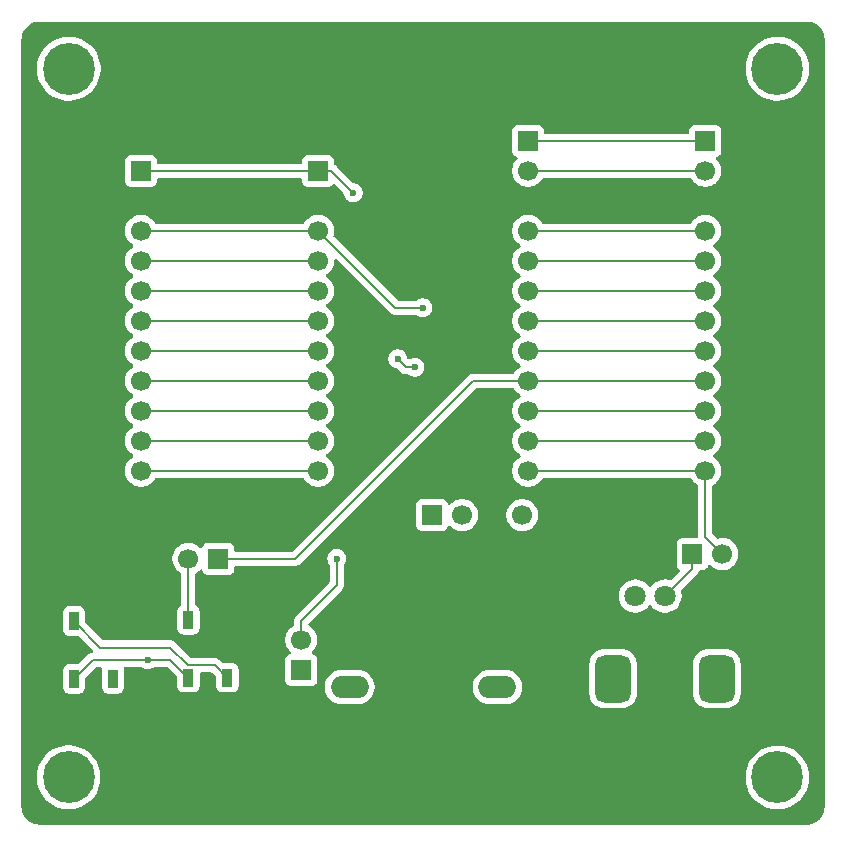
<source format=gtl>
G04 #@! TF.GenerationSoftware,KiCad,Pcbnew,9.0.6*
G04 #@! TF.CreationDate,2025-12-02T23:01:08+01:00*
G04 #@! TF.ProjectId,floppyv3_expansion,666c6f70-7079-4763-935f-657870616e73,rev?*
G04 #@! TF.SameCoordinates,Original*
G04 #@! TF.FileFunction,Copper,L1,Top*
G04 #@! TF.FilePolarity,Positive*
%FSLAX46Y46*%
G04 Gerber Fmt 4.6, Leading zero omitted, Abs format (unit mm)*
G04 Created by KiCad (PCBNEW 9.0.6) date 2025-12-02 23:01:08*
%MOMM*%
%LPD*%
G01*
G04 APERTURE LIST*
G04 Aperture macros list*
%AMRoundRect*
0 Rectangle with rounded corners*
0 $1 Rounding radius*
0 $2 $3 $4 $5 $6 $7 $8 $9 X,Y pos of 4 corners*
0 Add a 4 corners polygon primitive as box body*
4,1,4,$2,$3,$4,$5,$6,$7,$8,$9,$2,$3,0*
0 Add four circle primitives for the rounded corners*
1,1,$1+$1,$2,$3*
1,1,$1+$1,$4,$5*
1,1,$1+$1,$6,$7*
1,1,$1+$1,$8,$9*
0 Add four rect primitives between the rounded corners*
20,1,$1+$1,$2,$3,$4,$5,0*
20,1,$1+$1,$4,$5,$6,$7,0*
20,1,$1+$1,$6,$7,$8,$9,0*
20,1,$1+$1,$8,$9,$2,$3,0*%
G04 Aperture macros list end*
G04 #@! TA.AperFunction,ComponentPad*
%ADD10O,3.200000X1.900000*%
G04 #@! TD*
G04 #@! TA.AperFunction,ComponentPad*
%ADD11R,1.800000X1.800000*%
G04 #@! TD*
G04 #@! TA.AperFunction,ComponentPad*
%ADD12C,1.800000*%
G04 #@! TD*
G04 #@! TA.AperFunction,ComponentPad*
%ADD13RoundRect,0.750000X-0.750000X1.250000X-0.750000X-1.250000X0.750000X-1.250000X0.750000X1.250000X0*%
G04 #@! TD*
G04 #@! TA.AperFunction,SMDPad,CuDef*
%ADD14RoundRect,0.090000X0.360000X-0.660000X0.360000X0.660000X-0.360000X0.660000X-0.360000X-0.660000X0*%
G04 #@! TD*
G04 #@! TA.AperFunction,ComponentPad*
%ADD15C,0.700000*%
G04 #@! TD*
G04 #@! TA.AperFunction,ComponentPad*
%ADD16C,4.400000*%
G04 #@! TD*
G04 #@! TA.AperFunction,ComponentPad*
%ADD17R,1.700000X1.700000*%
G04 #@! TD*
G04 #@! TA.AperFunction,ComponentPad*
%ADD18C,1.700000*%
G04 #@! TD*
G04 #@! TA.AperFunction,ViaPad*
%ADD19C,0.600000*%
G04 #@! TD*
G04 #@! TA.AperFunction,Conductor*
%ADD20C,0.200000*%
G04 #@! TD*
G04 APERTURE END LIST*
D10*
G04 #@! TO.P,SW1,1,1*
G04 #@! TO.N,GND*
X108902500Y-116260000D03*
X121402500Y-116260000D03*
G04 #@! TO.P,SW1,2,2*
G04 #@! TO.N,Net-(U1-IN)*
X108902500Y-121260000D03*
X121402500Y-121260000D03*
G04 #@! TD*
D11*
G04 #@! TO.P,RV1,1,1*
G04 #@! TO.N,GND*
X138100000Y-113550000D03*
D12*
G04 #@! TO.P,RV1,2,2*
G04 #@! TO.N,Net-(JP1-A)*
X135600000Y-113550000D03*
G04 #@! TO.P,RV1,3,3*
G04 #@! TO.N,/3V3*
X133100000Y-113550000D03*
D13*
G04 #@! TO.P,RV1,MP*
G04 #@! TO.N,N/C*
X140000000Y-120550000D03*
X131200000Y-120550000D03*
G04 #@! TD*
D14*
G04 #@! TO.P,D1,1,VDD*
G04 #@! TO.N,/3V3*
X95240000Y-120470000D03*
G04 #@! TO.P,D1,2,DOUT*
G04 #@! TO.N,Net-(D1-DOUT)*
X98540000Y-120470000D03*
G04 #@! TO.P,D1,3,VSS*
G04 #@! TO.N,GND*
X98540000Y-115570000D03*
G04 #@! TO.P,D1,4,DIN*
G04 #@! TO.N,Net-(D1-DIN)*
X95240000Y-115570000D03*
G04 #@! TD*
D15*
G04 #@! TO.P,H1,1*
G04 #@! TO.N,N/C*
X83464200Y-68914200D03*
X83947474Y-67747474D03*
X83947474Y-70080926D03*
X85114200Y-67264200D03*
D16*
X85114200Y-68914200D03*
D15*
X85114200Y-70564200D03*
X86280926Y-67747474D03*
X86280926Y-70080926D03*
X86764200Y-68914200D03*
G04 #@! TD*
D17*
G04 #@! TO.P,JP2,1,A*
G04 #@! TO.N,Net-(JP2-A)*
X104800000Y-119800000D03*
D18*
G04 #@! TO.P,JP2,2,B*
G04 #@! TO.N,/PA0*
X104800000Y-117260000D03*
G04 #@! TD*
D14*
G04 #@! TO.P,D2,1,VDD*
G04 #@! TO.N,/3V3*
X85550000Y-120570000D03*
G04 #@! TO.P,D2,2,DOUT*
G04 #@! TO.N,unconnected-(D2-DOUT-Pad2)*
X88850000Y-120570000D03*
G04 #@! TO.P,D2,3,VSS*
G04 #@! TO.N,GND*
X88850000Y-115670000D03*
G04 #@! TO.P,D2,4,DIN*
G04 #@! TO.N,Net-(D1-DOUT)*
X85550000Y-115670000D03*
G04 #@! TD*
D17*
G04 #@! TO.P,JP3,1,A*
G04 #@! TO.N,/PB0*
X97780000Y-110400000D03*
D18*
G04 #@! TO.P,JP3,2,B*
G04 #@! TO.N,Net-(D1-DIN)*
X95240000Y-110400000D03*
G04 #@! TD*
D17*
G04 #@! TO.P,J5,1,Pin_1*
G04 #@! TO.N,/VUSB*
X139008414Y-75016440D03*
D18*
G04 #@! TO.P,J5,2,Pin_2*
G04 #@! TO.N,/VIN*
X139008414Y-77556440D03*
G04 #@! TO.P,J5,3,Pin_3*
G04 #@! TO.N,GND*
X139008414Y-80096440D03*
G04 #@! TO.P,J5,4,Pin_4*
G04 #@! TO.N,/PB3*
X139008414Y-82636440D03*
G04 #@! TO.P,J5,5,Pin_5*
G04 #@! TO.N,/PA14*
X139008414Y-85176440D03*
G04 #@! TO.P,J5,6,Pin_6*
G04 #@! TO.N,/PA13*
X139008414Y-87716440D03*
G04 #@! TO.P,J5,7,Pin_7*
G04 #@! TO.N,/PA12*
X139008414Y-90256440D03*
G04 #@! TO.P,J5,8,Pin_8*
G04 #@! TO.N,/PA11*
X139008414Y-92796440D03*
G04 #@! TO.P,J5,9,Pin_9*
G04 #@! TO.N,/PB0*
X139008414Y-95336440D03*
G04 #@! TO.P,J5,10,Pin_10*
G04 #@! TO.N,/PA7*
X139008414Y-97876440D03*
G04 #@! TO.P,J5,11,Pin_11*
G04 #@! TO.N,/PA6*
X139008414Y-100416440D03*
G04 #@! TO.P,J5,12,Pin_12*
G04 #@! TO.N,/PA5*
X139008414Y-102956440D03*
G04 #@! TD*
D17*
G04 #@! TO.P,J1,1,Pin_1*
G04 #@! TO.N,/3V3*
X91228414Y-77556440D03*
D18*
G04 #@! TO.P,J1,2,Pin_2*
G04 #@! TO.N,GND*
X91228414Y-80096440D03*
G04 #@! TO.P,J1,3,Pin_3*
G04 #@! TO.N,/NRST*
X91228414Y-82636440D03*
G04 #@! TO.P,J1,4,Pin_4*
G04 #@! TO.N,/PB7*
X91228414Y-85176440D03*
G04 #@! TO.P,J1,5,Pin_5*
G04 #@! TO.N,/PC14*
X91228414Y-87716440D03*
G04 #@! TO.P,J1,6,Pin_6*
G04 #@! TO.N,/PC15*
X91228414Y-90256440D03*
G04 #@! TO.P,J1,7,Pin_7*
G04 #@! TO.N,/PA0*
X91228414Y-92796440D03*
G04 #@! TO.P,J1,8,Pin_8*
G04 #@! TO.N,/PA1*
X91228414Y-95336440D03*
G04 #@! TO.P,J1,9,Pin_9*
G04 #@! TO.N,/PA2*
X91228414Y-97876440D03*
G04 #@! TO.P,J1,10,Pin_10*
G04 #@! TO.N,/PA3*
X91228414Y-100416440D03*
G04 #@! TO.P,J1,11,Pin_11*
G04 #@! TO.N,/PA4*
X91228414Y-102956440D03*
G04 #@! TD*
D17*
G04 #@! TO.P,J3,1,Pin_1*
G04 #@! TO.N,/3V3*
X115888414Y-106701440D03*
D18*
G04 #@! TO.P,J3,2,Pin_2*
G04 #@! TO.N,/T_SCK*
X118428414Y-106701440D03*
G04 #@! TO.P,J3,3,Pin_3*
G04 #@! TO.N,GND*
X120968414Y-106701440D03*
G04 #@! TO.P,J3,4,Pin_4*
G04 #@! TO.N,/T_SWD*
X123508414Y-106701440D03*
G04 #@! TD*
D15*
G04 #@! TO.P,H3,1*
G04 #@! TO.N,N/C*
X143464200Y-128914278D03*
X143947474Y-127747552D03*
X143947474Y-130081004D03*
X145114200Y-127264278D03*
D16*
X145114200Y-128914278D03*
D15*
X145114200Y-130564278D03*
X146280926Y-127747552D03*
X146280926Y-130081004D03*
X146764200Y-128914278D03*
G04 #@! TD*
D17*
G04 #@! TO.P,J4,1,Pin_1*
G04 #@! TO.N,/VUSB*
X124008414Y-75016440D03*
D18*
G04 #@! TO.P,J4,2,Pin_2*
G04 #@! TO.N,/VIN*
X124008414Y-77556440D03*
G04 #@! TO.P,J4,3,Pin_3*
G04 #@! TO.N,GND*
X124008414Y-80096440D03*
G04 #@! TO.P,J4,4,Pin_4*
G04 #@! TO.N,/PB3*
X124008414Y-82636440D03*
G04 #@! TO.P,J4,5,Pin_5*
G04 #@! TO.N,/PA14*
X124008414Y-85176440D03*
G04 #@! TO.P,J4,6,Pin_6*
G04 #@! TO.N,/PA13*
X124008414Y-87716440D03*
G04 #@! TO.P,J4,7,Pin_7*
G04 #@! TO.N,/PA12*
X124008414Y-90256440D03*
G04 #@! TO.P,J4,8,Pin_8*
G04 #@! TO.N,/PA11*
X124008414Y-92796440D03*
G04 #@! TO.P,J4,9,Pin_9*
G04 #@! TO.N,/PB0*
X124008414Y-95336440D03*
G04 #@! TO.P,J4,10,Pin_10*
G04 #@! TO.N,/PA7*
X124008414Y-97876440D03*
G04 #@! TO.P,J4,11,Pin_11*
G04 #@! TO.N,/PA6*
X124008414Y-100416440D03*
G04 #@! TO.P,J4,12,Pin_12*
G04 #@! TO.N,/PA5*
X124008414Y-102956440D03*
G04 #@! TD*
D15*
G04 #@! TO.P,H4,1*
G04 #@! TO.N,N/C*
X83449986Y-128899964D03*
X83933260Y-127733238D03*
X83933260Y-130066690D03*
X85099986Y-127249964D03*
D16*
X85099986Y-128899964D03*
D15*
X85099986Y-130549964D03*
X86266712Y-127733238D03*
X86266712Y-130066690D03*
X86749986Y-128899964D03*
G04 #@! TD*
D17*
G04 #@! TO.P,JP1,1,A*
G04 #@! TO.N,Net-(JP1-A)*
X137925000Y-110000000D03*
D18*
G04 #@! TO.P,JP1,2,B*
G04 #@! TO.N,/PA5*
X140465000Y-110000000D03*
G04 #@! TD*
D17*
G04 #@! TO.P,J2,1,Pin_1*
G04 #@! TO.N,/3V3*
X106228414Y-77556440D03*
D18*
G04 #@! TO.P,J2,2,Pin_2*
G04 #@! TO.N,GND*
X106228414Y-80096440D03*
G04 #@! TO.P,J2,3,Pin_3*
G04 #@! TO.N,/NRST*
X106228414Y-82636440D03*
G04 #@! TO.P,J2,4,Pin_4*
G04 #@! TO.N,/PB7*
X106228414Y-85176440D03*
G04 #@! TO.P,J2,5,Pin_5*
G04 #@! TO.N,/PC14*
X106228414Y-87716440D03*
G04 #@! TO.P,J2,6,Pin_6*
G04 #@! TO.N,/PC15*
X106228414Y-90256440D03*
G04 #@! TO.P,J2,7,Pin_7*
G04 #@! TO.N,/PA0*
X106228414Y-92796440D03*
G04 #@! TO.P,J2,8,Pin_8*
G04 #@! TO.N,/PA1*
X106228414Y-95336440D03*
G04 #@! TO.P,J2,9,Pin_9*
G04 #@! TO.N,/PA2*
X106228414Y-97876440D03*
G04 #@! TO.P,J2,10,Pin_10*
G04 #@! TO.N,/PA3*
X106228414Y-100416440D03*
G04 #@! TO.P,J2,11,Pin_11*
G04 #@! TO.N,/PA4*
X106228414Y-102956440D03*
G04 #@! TD*
D15*
G04 #@! TO.P,H2,1*
G04 #@! TO.N,N/C*
X143464200Y-68914200D03*
X143947474Y-67747474D03*
X143947474Y-70080926D03*
X145114200Y-67264200D03*
D16*
X145114200Y-68914200D03*
D15*
X145114200Y-70564200D03*
X146280926Y-67747474D03*
X146280926Y-70080926D03*
X146764200Y-68914200D03*
G04 #@! TD*
D19*
G04 #@! TO.N,/3V3*
X109200000Y-79400000D03*
X91800000Y-118940000D03*
G04 #@! TO.N,/NRST*
X115080000Y-89150000D03*
G04 #@! TO.N,/PA0*
X107810000Y-110380000D03*
G04 #@! TO.N,/T_SWD*
X112960000Y-93460000D03*
X114430000Y-94180000D03*
G04 #@! TD*
D20*
G04 #@! TO.N,/3V3*
X106228414Y-77556440D02*
X107356440Y-77556440D01*
X107356440Y-77556440D02*
X109200000Y-79400000D01*
X85550000Y-120570000D02*
X87180000Y-118940000D01*
X93710000Y-118940000D02*
X91800000Y-118940000D01*
X87180000Y-118940000D02*
X91800000Y-118940000D01*
X106228414Y-77556440D02*
X91228414Y-77556440D01*
X95240000Y-120470000D02*
X93710000Y-118940000D01*
G04 #@! TO.N,Net-(D1-DOUT)*
X97489000Y-119419000D02*
X95219000Y-119419000D01*
X87800000Y-117920000D02*
X85550000Y-115670000D01*
X93720000Y-117920000D02*
X87800000Y-117920000D01*
X95219000Y-119419000D02*
X93720000Y-117920000D01*
X98540000Y-120470000D02*
X97489000Y-119419000D01*
G04 #@! TO.N,Net-(D1-DIN)*
X95240000Y-115570000D02*
X95240000Y-110400000D01*
G04 #@! TO.N,/PA3*
X106228414Y-100416440D02*
X91228414Y-100416440D01*
G04 #@! TO.N,/PC14*
X91228414Y-87716440D02*
X106228414Y-87716440D01*
G04 #@! TO.N,/PC15*
X106228414Y-90256440D02*
X91228414Y-90256440D01*
G04 #@! TO.N,/PA1*
X106228414Y-95336440D02*
X91228414Y-95336440D01*
G04 #@! TO.N,/NRST*
X106228414Y-82636440D02*
X91228414Y-82636440D01*
X106228414Y-82636440D02*
X112741974Y-89150000D01*
X112741974Y-89150000D02*
X115080000Y-89150000D01*
G04 #@! TO.N,/PA4*
X106228414Y-102956440D02*
X91228414Y-102956440D01*
G04 #@! TO.N,/PA2*
X91228414Y-97876440D02*
X106228414Y-97876440D01*
G04 #@! TO.N,/PB7*
X106228414Y-85176440D02*
X91228414Y-85176440D01*
G04 #@! TO.N,/PA0*
X106228414Y-92796440D02*
X91228414Y-92796440D01*
X104800000Y-115648530D02*
X107400000Y-113048530D01*
X107400000Y-113048530D02*
X107810000Y-112638530D01*
X107810000Y-112638530D02*
X107810000Y-110380000D01*
X104800000Y-117260000D02*
X104800000Y-115648530D01*
G04 #@! TO.N,/PA13*
X139008414Y-87716440D02*
X124008414Y-87716440D01*
G04 #@! TO.N,/PA14*
X124008414Y-85176440D02*
X139008414Y-85176440D01*
G04 #@! TO.N,/PB0*
X124004854Y-95340000D02*
X124008414Y-95336440D01*
X104300000Y-110400000D02*
X119360000Y-95340000D01*
X124008414Y-95336440D02*
X139008414Y-95336440D01*
X119360000Y-95340000D02*
X124004854Y-95340000D01*
X97780000Y-110400000D02*
X104300000Y-110400000D01*
G04 #@! TO.N,/PA11*
X139008414Y-92796440D02*
X124008414Y-92796440D01*
G04 #@! TO.N,/PB3*
X139008414Y-82636440D02*
X124008414Y-82636440D01*
G04 #@! TO.N,/PA12*
X124008414Y-90256440D02*
X139008414Y-90256440D01*
G04 #@! TO.N,/VIN*
X124008414Y-77556440D02*
X139008414Y-77556440D01*
G04 #@! TO.N,/VUSB*
X124008414Y-75016440D02*
X139008414Y-75016440D01*
G04 #@! TO.N,/PA7*
X139008414Y-97876440D02*
X124008414Y-97876440D01*
G04 #@! TO.N,/PA6*
X124008414Y-100416440D02*
X139008414Y-100416440D01*
G04 #@! TO.N,/T_SWD*
X114430000Y-94180000D02*
X113680000Y-94180000D01*
X113680000Y-94180000D02*
X112960000Y-93460000D01*
G04 #@! TO.N,/PA5*
X140465000Y-110000000D02*
X139008414Y-108543414D01*
X139008414Y-102956440D02*
X124008414Y-102956440D01*
X139008414Y-108543414D02*
X139008414Y-102956440D01*
G04 #@! TO.N,Net-(JP1-A)*
X137925000Y-110000000D02*
X137925000Y-111225000D01*
X137925000Y-111225000D02*
X135600000Y-113550000D01*
G04 #@! TD*
G04 #@! TA.AperFunction,Conductor*
G04 #@! TO.N,GND*
G36*
X147548317Y-64914735D02*
G01*
X147548318Y-64914736D01*
X147609784Y-64914736D01*
X147618627Y-64915051D01*
X147818763Y-64929367D01*
X147836272Y-64931884D01*
X148028008Y-64973596D01*
X148044960Y-64978574D01*
X148228803Y-65047146D01*
X148244889Y-65054492D01*
X148417049Y-65148501D01*
X148417106Y-65148532D01*
X148431982Y-65158092D01*
X148589014Y-65275648D01*
X148589053Y-65275677D01*
X148602421Y-65287260D01*
X148741171Y-65426014D01*
X148752741Y-65439367D01*
X148850620Y-65570121D01*
X148870326Y-65596446D01*
X148879891Y-65611330D01*
X148973920Y-65783538D01*
X148981269Y-65799631D01*
X149049831Y-65983460D01*
X149054816Y-66000437D01*
X149096520Y-66192167D01*
X149099037Y-66209678D01*
X149113397Y-66410502D01*
X149113713Y-66419346D01*
X149113713Y-66490106D01*
X149113714Y-66490119D01*
X149113714Y-131348352D01*
X149113712Y-131348360D01*
X149113713Y-131377440D01*
X149113713Y-131409829D01*
X149113397Y-131418673D01*
X149099090Y-131618799D01*
X149096573Y-131636312D01*
X149054869Y-131828044D01*
X149049884Y-131845021D01*
X148981322Y-132028849D01*
X148973973Y-132044943D01*
X148879939Y-132217157D01*
X148870373Y-132232041D01*
X148752797Y-132389105D01*
X148741211Y-132402477D01*
X148602465Y-132541221D01*
X148589093Y-132552807D01*
X148432024Y-132670385D01*
X148417139Y-132679951D01*
X148244934Y-132773977D01*
X148228841Y-132781326D01*
X148044998Y-132849891D01*
X148028021Y-132854875D01*
X147836299Y-132896575D01*
X147818786Y-132899092D01*
X147618370Y-132913417D01*
X147609502Y-132913733D01*
X82673716Y-132899465D01*
X82673450Y-132899449D01*
X82665882Y-132899449D01*
X82604422Y-132899449D01*
X82595573Y-132899133D01*
X82395383Y-132884811D01*
X82377868Y-132882292D01*
X82314129Y-132868422D01*
X82186092Y-132840562D01*
X82169114Y-132835575D01*
X81985239Y-132766976D01*
X81969142Y-132759623D01*
X81878674Y-132710210D01*
X81796898Y-132665544D01*
X81782013Y-132655975D01*
X81624921Y-132538341D01*
X81611549Y-132526750D01*
X81472793Y-132387944D01*
X81461207Y-132374568D01*
X81343630Y-132217434D01*
X81334066Y-132202545D01*
X81240050Y-132030268D01*
X81232703Y-132014170D01*
X81164163Y-131830253D01*
X81159188Y-131813289D01*
X81117528Y-131621497D01*
X81115016Y-131603985D01*
X81100814Y-131404477D01*
X81100502Y-131395677D01*
X81100504Y-131388664D01*
X81100524Y-131333479D01*
X81100522Y-131333475D01*
X81100526Y-131324603D01*
X81100517Y-131324490D01*
X81101080Y-128748300D01*
X82399486Y-128748300D01*
X82399486Y-129051627D01*
X82433443Y-129353012D01*
X82433446Y-129353026D01*
X82500939Y-129648735D01*
X82500943Y-129648747D01*
X82601119Y-129935032D01*
X82732719Y-130208302D01*
X82732721Y-130208305D01*
X82894094Y-130465128D01*
X83083207Y-130702268D01*
X83297682Y-130916743D01*
X83534822Y-131105856D01*
X83791645Y-131267229D01*
X84064921Y-131398832D01*
X84279937Y-131474069D01*
X84351202Y-131499006D01*
X84351214Y-131499010D01*
X84646923Y-131566504D01*
X84646932Y-131566505D01*
X84646937Y-131566506D01*
X84847860Y-131589144D01*
X84948323Y-131600463D01*
X84948326Y-131600464D01*
X84948329Y-131600464D01*
X85251646Y-131600464D01*
X85251647Y-131600463D01*
X85426008Y-131580818D01*
X85553034Y-131566506D01*
X85553037Y-131566505D01*
X85553049Y-131566504D01*
X85848758Y-131499010D01*
X86135051Y-131398832D01*
X86408327Y-131267229D01*
X86665150Y-131105856D01*
X86902290Y-130916743D01*
X87116765Y-130702268D01*
X87305878Y-130465128D01*
X87467251Y-130208305D01*
X87598854Y-129935029D01*
X87699032Y-129648736D01*
X87766526Y-129353027D01*
X87800486Y-129051621D01*
X87800486Y-128762614D01*
X142413700Y-128762614D01*
X142413700Y-129065941D01*
X142447657Y-129367326D01*
X142447660Y-129367340D01*
X142515153Y-129663049D01*
X142515157Y-129663061D01*
X142615333Y-129949346D01*
X142746933Y-130222616D01*
X142746935Y-130222619D01*
X142908308Y-130479442D01*
X143097421Y-130716582D01*
X143311896Y-130931057D01*
X143549036Y-131120170D01*
X143805859Y-131281543D01*
X144079135Y-131413146D01*
X144294151Y-131488383D01*
X144365416Y-131513320D01*
X144365428Y-131513324D01*
X144661137Y-131580818D01*
X144661146Y-131580819D01*
X144661151Y-131580820D01*
X144862074Y-131603458D01*
X144962537Y-131614777D01*
X144962540Y-131614778D01*
X144962543Y-131614778D01*
X145265860Y-131614778D01*
X145265861Y-131614777D01*
X145419894Y-131597422D01*
X145567248Y-131580820D01*
X145567251Y-131580819D01*
X145567263Y-131580818D01*
X145862972Y-131513324D01*
X146149265Y-131413146D01*
X146422541Y-131281543D01*
X146679364Y-131120170D01*
X146916504Y-130931057D01*
X147130979Y-130716582D01*
X147320092Y-130479442D01*
X147481465Y-130222619D01*
X147613068Y-129949343D01*
X147713246Y-129663050D01*
X147780740Y-129367341D01*
X147782355Y-129353012D01*
X147814699Y-129065941D01*
X147814700Y-129065937D01*
X147814700Y-128762618D01*
X147814699Y-128762614D01*
X147780742Y-128461229D01*
X147780741Y-128461224D01*
X147780740Y-128461215D01*
X147713246Y-128165506D01*
X147613068Y-127879213D01*
X147481465Y-127605937D01*
X147320092Y-127349114D01*
X147130979Y-127111974D01*
X146916504Y-126897499D01*
X146679364Y-126708386D01*
X146422541Y-126547013D01*
X146422538Y-126547011D01*
X146149268Y-126415411D01*
X145862983Y-126315235D01*
X145862971Y-126315231D01*
X145634756Y-126263142D01*
X145567263Y-126247738D01*
X145567260Y-126247737D01*
X145567248Y-126247735D01*
X145265863Y-126213778D01*
X145265857Y-126213778D01*
X144962543Y-126213778D01*
X144962536Y-126213778D01*
X144661151Y-126247735D01*
X144661137Y-126247738D01*
X144365428Y-126315231D01*
X144365416Y-126315235D01*
X144079131Y-126415411D01*
X143805861Y-126547011D01*
X143549037Y-126708385D01*
X143311896Y-126897498D01*
X143097420Y-127111974D01*
X142908307Y-127349115D01*
X142746933Y-127605939D01*
X142615333Y-127879209D01*
X142515157Y-128165494D01*
X142515153Y-128165506D01*
X142447660Y-128461215D01*
X142447657Y-128461229D01*
X142413700Y-128762614D01*
X87800486Y-128762614D01*
X87800486Y-128748307D01*
X87789166Y-128647838D01*
X87766528Y-128446915D01*
X87766527Y-128446910D01*
X87766526Y-128446901D01*
X87699032Y-128151192D01*
X87598854Y-127864899D01*
X87467251Y-127591623D01*
X87305878Y-127334800D01*
X87116765Y-127097660D01*
X86902290Y-126883185D01*
X86665150Y-126694072D01*
X86408327Y-126532699D01*
X86408324Y-126532697D01*
X86135054Y-126401097D01*
X85848769Y-126300921D01*
X85848757Y-126300917D01*
X85615749Y-126247735D01*
X85553049Y-126233424D01*
X85553046Y-126233423D01*
X85553034Y-126233421D01*
X85251649Y-126199464D01*
X85251643Y-126199464D01*
X84948329Y-126199464D01*
X84948322Y-126199464D01*
X84646937Y-126233421D01*
X84646923Y-126233424D01*
X84351214Y-126300917D01*
X84351202Y-126300921D01*
X84064917Y-126401097D01*
X83791647Y-126532697D01*
X83534823Y-126694071D01*
X83297682Y-126883184D01*
X83083206Y-127097660D01*
X82894093Y-127334801D01*
X82732719Y-127591625D01*
X82601119Y-127864895D01*
X82500943Y-128151180D01*
X82500939Y-128151192D01*
X82433446Y-128446901D01*
X82433443Y-128446915D01*
X82399486Y-128748300D01*
X81101080Y-128748300D01*
X81104094Y-114971298D01*
X84599500Y-114971298D01*
X84599500Y-116368703D01*
X84614696Y-116484142D01*
X84614699Y-116484151D01*
X84674200Y-116627798D01*
X84768851Y-116751149D01*
X84892202Y-116845800D01*
X85035849Y-116905301D01*
X85151299Y-116920500D01*
X85899902Y-116920499D01*
X85966941Y-116940183D01*
X85987583Y-116956818D01*
X87161481Y-118130717D01*
X87194966Y-118192040D01*
X87189982Y-118261732D01*
X87148110Y-118317665D01*
X87105894Y-118338173D01*
X86948210Y-118380424D01*
X86948209Y-118380425D01*
X86898096Y-118409359D01*
X86898095Y-118409360D01*
X86854689Y-118434420D01*
X86811285Y-118459479D01*
X86811282Y-118459481D01*
X86699478Y-118571286D01*
X85987582Y-119283181D01*
X85926259Y-119316666D01*
X85899901Y-119319500D01*
X85151296Y-119319500D01*
X85035857Y-119334696D01*
X85035848Y-119334699D01*
X84892205Y-119394198D01*
X84892202Y-119394199D01*
X84892202Y-119394200D01*
X84768851Y-119488851D01*
X84701351Y-119576819D01*
X84674198Y-119612205D01*
X84614699Y-119755848D01*
X84614698Y-119755850D01*
X84599500Y-119871298D01*
X84599500Y-121268703D01*
X84614696Y-121384142D01*
X84614699Y-121384151D01*
X84674200Y-121527798D01*
X84768851Y-121651149D01*
X84892202Y-121745800D01*
X85035849Y-121805301D01*
X85151299Y-121820500D01*
X85948700Y-121820499D01*
X85948703Y-121820499D01*
X86064142Y-121805303D01*
X86064146Y-121805301D01*
X86064151Y-121805301D01*
X86207798Y-121745800D01*
X86331149Y-121651149D01*
X86425800Y-121527798D01*
X86485301Y-121384151D01*
X86500500Y-121268701D01*
X86500499Y-120520095D01*
X86520183Y-120453057D01*
X86536813Y-120432420D01*
X87392416Y-119576819D01*
X87453739Y-119543334D01*
X87480097Y-119540500D01*
X87818321Y-119540500D01*
X87885360Y-119560185D01*
X87931115Y-119612989D01*
X87941059Y-119682147D01*
X87932883Y-119711949D01*
X87921057Y-119740499D01*
X87914699Y-119755849D01*
X87914698Y-119755850D01*
X87899500Y-119871298D01*
X87899500Y-121268703D01*
X87914696Y-121384142D01*
X87914699Y-121384151D01*
X87974200Y-121527798D01*
X88068851Y-121651149D01*
X88192202Y-121745800D01*
X88335849Y-121805301D01*
X88451299Y-121820500D01*
X89248700Y-121820499D01*
X89248703Y-121820499D01*
X89364142Y-121805303D01*
X89364146Y-121805301D01*
X89364151Y-121805301D01*
X89507798Y-121745800D01*
X89631149Y-121651149D01*
X89725800Y-121527798D01*
X89785301Y-121384151D01*
X89800500Y-121268701D01*
X89800499Y-119871300D01*
X89800499Y-119871298D01*
X89800499Y-119871296D01*
X89785303Y-119755857D01*
X89785301Y-119755853D01*
X89785301Y-119755849D01*
X89767117Y-119711951D01*
X89759649Y-119642484D01*
X89790924Y-119580005D01*
X89851012Y-119544352D01*
X89881679Y-119540500D01*
X91220234Y-119540500D01*
X91287273Y-119560185D01*
X91289125Y-119561398D01*
X91420814Y-119649390D01*
X91420827Y-119649397D01*
X91499894Y-119682147D01*
X91566503Y-119709737D01*
X91721153Y-119740499D01*
X91721156Y-119740500D01*
X91721158Y-119740500D01*
X91878844Y-119740500D01*
X91878845Y-119740499D01*
X92033497Y-119709737D01*
X92179179Y-119649394D01*
X92233663Y-119612989D01*
X92310875Y-119561398D01*
X92377553Y-119540520D01*
X92379766Y-119540500D01*
X93409903Y-119540500D01*
X93476942Y-119560185D01*
X93497584Y-119576819D01*
X94253181Y-120332417D01*
X94286666Y-120393740D01*
X94289500Y-120420098D01*
X94289500Y-121168703D01*
X94304696Y-121284142D01*
X94304699Y-121284151D01*
X94346120Y-121384151D01*
X94364200Y-121427798D01*
X94458851Y-121551149D01*
X94582202Y-121645800D01*
X94725849Y-121705301D01*
X94841299Y-121720500D01*
X95638700Y-121720499D01*
X95638703Y-121720499D01*
X95754142Y-121705303D01*
X95754146Y-121705301D01*
X95754151Y-121705301D01*
X95897798Y-121645800D01*
X96021149Y-121551149D01*
X96115800Y-121427798D01*
X96175301Y-121284151D01*
X96190500Y-121168701D01*
X96190499Y-120143499D01*
X96210183Y-120076461D01*
X96262987Y-120030706D01*
X96314499Y-120019500D01*
X97188903Y-120019500D01*
X97255942Y-120039185D01*
X97276584Y-120055819D01*
X97553181Y-120332416D01*
X97586666Y-120393739D01*
X97589500Y-120420097D01*
X97589500Y-121168703D01*
X97604696Y-121284142D01*
X97604699Y-121284151D01*
X97646120Y-121384151D01*
X97664200Y-121427798D01*
X97758851Y-121551149D01*
X97882202Y-121645800D01*
X98025849Y-121705301D01*
X98141299Y-121720500D01*
X98938700Y-121720499D01*
X98938703Y-121720499D01*
X99054142Y-121705303D01*
X99054146Y-121705301D01*
X99054151Y-121705301D01*
X99197798Y-121645800D01*
X99321149Y-121551149D01*
X99415800Y-121427798D01*
X99475301Y-121284151D01*
X99490500Y-121168701D01*
X99490499Y-119771300D01*
X99490499Y-119771296D01*
X99475303Y-119655857D01*
X99475301Y-119655852D01*
X99475301Y-119655849D01*
X99415800Y-119512202D01*
X99321149Y-119388851D01*
X99197798Y-119294200D01*
X99197794Y-119294198D01*
X99054151Y-119234699D01*
X99054149Y-119234698D01*
X98938702Y-119219500D01*
X98190097Y-119219500D01*
X98160656Y-119210855D01*
X98130670Y-119204332D01*
X98125654Y-119200577D01*
X98123058Y-119199815D01*
X98102416Y-119183181D01*
X97976590Y-119057355D01*
X97976588Y-119057352D01*
X97857717Y-118938481D01*
X97857716Y-118938480D01*
X97749378Y-118875931D01*
X97749378Y-118875930D01*
X97749375Y-118875930D01*
X97720785Y-118859423D01*
X97568057Y-118818499D01*
X97409943Y-118818499D01*
X97402347Y-118818499D01*
X97402331Y-118818500D01*
X95519097Y-118818500D01*
X95452058Y-118798815D01*
X95431416Y-118782181D01*
X94207590Y-117558355D01*
X94207588Y-117558352D01*
X94088717Y-117439481D01*
X94088716Y-117439480D01*
X94001904Y-117389360D01*
X94001904Y-117389359D01*
X94001900Y-117389358D01*
X93951785Y-117360423D01*
X93799057Y-117319499D01*
X93640943Y-117319499D01*
X93633347Y-117319499D01*
X93633331Y-117319500D01*
X88100098Y-117319500D01*
X88070657Y-117310855D01*
X88040671Y-117304332D01*
X88035655Y-117300577D01*
X88033059Y-117299815D01*
X88012417Y-117283181D01*
X87882949Y-117153713D01*
X103449500Y-117153713D01*
X103449500Y-117366287D01*
X103459534Y-117429644D01*
X103482753Y-117576239D01*
X103548444Y-117778414D01*
X103644951Y-117967820D01*
X103769890Y-118139786D01*
X103883430Y-118253326D01*
X103916915Y-118314649D01*
X103911931Y-118384341D01*
X103870059Y-118440274D01*
X103839083Y-118457189D01*
X103707669Y-118506203D01*
X103707664Y-118506206D01*
X103592455Y-118592452D01*
X103592452Y-118592455D01*
X103506206Y-118707664D01*
X103506202Y-118707671D01*
X103455908Y-118842517D01*
X103449501Y-118902116D01*
X103449501Y-118902123D01*
X103449500Y-118902135D01*
X103449500Y-120697870D01*
X103449501Y-120697876D01*
X103455908Y-120757483D01*
X103506202Y-120892328D01*
X103506206Y-120892335D01*
X103592452Y-121007544D01*
X103592455Y-121007547D01*
X103707664Y-121093793D01*
X103707671Y-121093797D01*
X103842517Y-121144091D01*
X103842516Y-121144091D01*
X103849444Y-121144835D01*
X103902127Y-121150500D01*
X105697872Y-121150499D01*
X105741241Y-121145837D01*
X106802000Y-121145837D01*
X106802000Y-121374162D01*
X106837715Y-121599660D01*
X106908270Y-121816803D01*
X106999786Y-121996412D01*
X107011921Y-122020228D01*
X107146121Y-122204937D01*
X107307563Y-122366379D01*
X107492272Y-122500579D01*
X107588384Y-122549550D01*
X107695696Y-122604229D01*
X107695698Y-122604229D01*
X107695701Y-122604231D01*
X107812092Y-122642049D01*
X107912839Y-122674784D01*
X108138338Y-122710500D01*
X108138343Y-122710500D01*
X109666662Y-122710500D01*
X109892160Y-122674784D01*
X110109299Y-122604231D01*
X110312728Y-122500579D01*
X110497437Y-122366379D01*
X110658879Y-122204937D01*
X110793079Y-122020228D01*
X110896731Y-121816799D01*
X110967284Y-121599660D01*
X111003000Y-121374162D01*
X111003000Y-121145837D01*
X119302000Y-121145837D01*
X119302000Y-121374162D01*
X119337715Y-121599660D01*
X119408270Y-121816803D01*
X119499786Y-121996412D01*
X119511921Y-122020228D01*
X119646121Y-122204937D01*
X119807563Y-122366379D01*
X119992272Y-122500579D01*
X120088384Y-122549550D01*
X120195696Y-122604229D01*
X120195698Y-122604229D01*
X120195701Y-122604231D01*
X120312092Y-122642049D01*
X120412839Y-122674784D01*
X120638338Y-122710500D01*
X120638343Y-122710500D01*
X122166662Y-122710500D01*
X122392160Y-122674784D01*
X122609299Y-122604231D01*
X122812728Y-122500579D01*
X122997437Y-122366379D01*
X123158879Y-122204937D01*
X123293079Y-122020228D01*
X123396731Y-121816799D01*
X123467284Y-121599660D01*
X123503000Y-121374162D01*
X123503000Y-121145837D01*
X123467284Y-120920339D01*
X123396729Y-120703196D01*
X123342050Y-120595884D01*
X123293079Y-120499772D01*
X123158879Y-120315063D01*
X122997437Y-120153621D01*
X122812728Y-120019421D01*
X122609303Y-119915770D01*
X122392160Y-119845215D01*
X122166662Y-119809500D01*
X122166657Y-119809500D01*
X120638343Y-119809500D01*
X120638338Y-119809500D01*
X120412839Y-119845215D01*
X120195696Y-119915770D01*
X119992271Y-120019421D01*
X119807561Y-120153622D01*
X119646122Y-120315061D01*
X119511921Y-120499771D01*
X119408270Y-120703196D01*
X119337715Y-120920339D01*
X119302000Y-121145837D01*
X111003000Y-121145837D01*
X110967284Y-120920339D01*
X110896729Y-120703196D01*
X110842050Y-120595884D01*
X110793079Y-120499772D01*
X110658879Y-120315063D01*
X110497437Y-120153621D01*
X110312728Y-120019421D01*
X110109303Y-119915770D01*
X109892160Y-119845215D01*
X109666662Y-119809500D01*
X109666657Y-119809500D01*
X108138343Y-119809500D01*
X108138338Y-119809500D01*
X107912839Y-119845215D01*
X107695696Y-119915770D01*
X107492271Y-120019421D01*
X107307561Y-120153622D01*
X107146122Y-120315061D01*
X107011921Y-120499771D01*
X106908270Y-120703196D01*
X106837715Y-120920339D01*
X106802000Y-121145837D01*
X105741241Y-121145837D01*
X105757483Y-121144091D01*
X105892331Y-121093796D01*
X106007546Y-121007546D01*
X106093796Y-120892331D01*
X106144091Y-120757483D01*
X106150500Y-120697873D01*
X106150499Y-119235777D01*
X129199500Y-119235777D01*
X129199500Y-121864208D01*
X129199501Y-121864223D01*
X129209904Y-121996413D01*
X129209905Y-121996420D01*
X129264902Y-122214678D01*
X129264903Y-122214681D01*
X129357991Y-122419622D01*
X129357997Y-122419632D01*
X129486174Y-122604645D01*
X129486178Y-122604650D01*
X129486181Y-122604654D01*
X129645346Y-122763819D01*
X129645350Y-122763822D01*
X129645354Y-122763825D01*
X129784603Y-122860297D01*
X129830374Y-122892007D01*
X130035317Y-122985096D01*
X130035321Y-122985097D01*
X130253579Y-123040094D01*
X130253581Y-123040094D01*
X130253588Y-123040096D01*
X130385783Y-123050500D01*
X132014216Y-123050499D01*
X132146412Y-123040096D01*
X132364683Y-122985096D01*
X132569626Y-122892007D01*
X132754654Y-122763819D01*
X132913819Y-122604654D01*
X133042007Y-122419626D01*
X133135096Y-122214683D01*
X133190096Y-121996412D01*
X133200500Y-121864217D01*
X133200499Y-119235784D01*
X133200498Y-119235777D01*
X137999500Y-119235777D01*
X137999500Y-121864208D01*
X137999501Y-121864223D01*
X138009904Y-121996413D01*
X138009905Y-121996420D01*
X138064902Y-122214678D01*
X138064903Y-122214681D01*
X138157991Y-122419622D01*
X138157997Y-122419632D01*
X138286174Y-122604645D01*
X138286178Y-122604650D01*
X138286181Y-122604654D01*
X138445346Y-122763819D01*
X138445350Y-122763822D01*
X138445354Y-122763825D01*
X138584603Y-122860297D01*
X138630374Y-122892007D01*
X138835317Y-122985096D01*
X138835321Y-122985097D01*
X139053579Y-123040094D01*
X139053581Y-123040094D01*
X139053588Y-123040096D01*
X139185783Y-123050500D01*
X140814216Y-123050499D01*
X140946412Y-123040096D01*
X141164683Y-122985096D01*
X141369626Y-122892007D01*
X141554654Y-122763819D01*
X141713819Y-122604654D01*
X141842007Y-122419626D01*
X141935096Y-122214683D01*
X141990096Y-121996412D01*
X142000500Y-121864217D01*
X142000499Y-119235784D01*
X141990096Y-119103588D01*
X141978445Y-119057352D01*
X141935097Y-118885321D01*
X141935096Y-118885318D01*
X141930832Y-118875931D01*
X141842007Y-118680374D01*
X141810297Y-118634603D01*
X141713825Y-118495354D01*
X141713822Y-118495350D01*
X141713819Y-118495346D01*
X141554654Y-118336181D01*
X141554650Y-118336178D01*
X141554645Y-118336174D01*
X141369632Y-118207997D01*
X141369630Y-118207995D01*
X141369626Y-118207993D01*
X141334504Y-118192040D01*
X141164681Y-118114903D01*
X141164678Y-118114902D01*
X140946420Y-118059905D01*
X140946413Y-118059904D01*
X140902347Y-118056436D01*
X140814217Y-118049500D01*
X140814215Y-118049500D01*
X139185791Y-118049500D01*
X139185776Y-118049501D01*
X139053586Y-118059904D01*
X139053579Y-118059905D01*
X138835321Y-118114902D01*
X138835318Y-118114903D01*
X138630377Y-118207991D01*
X138630367Y-118207997D01*
X138445354Y-118336174D01*
X138445342Y-118336184D01*
X138286184Y-118495342D01*
X138286174Y-118495354D01*
X138157997Y-118680367D01*
X138157991Y-118680377D01*
X138064903Y-118885318D01*
X138064902Y-118885321D01*
X138009905Y-119103579D01*
X138009904Y-119103586D01*
X137999500Y-119235777D01*
X133200498Y-119235777D01*
X133190096Y-119103588D01*
X133178445Y-119057352D01*
X133135097Y-118885321D01*
X133135096Y-118885318D01*
X133130832Y-118875931D01*
X133042007Y-118680374D01*
X133010297Y-118634603D01*
X132913825Y-118495354D01*
X132913822Y-118495350D01*
X132913819Y-118495346D01*
X132754654Y-118336181D01*
X132754650Y-118336178D01*
X132754645Y-118336174D01*
X132569632Y-118207997D01*
X132569630Y-118207995D01*
X132569626Y-118207993D01*
X132534504Y-118192040D01*
X132364681Y-118114903D01*
X132364678Y-118114902D01*
X132146420Y-118059905D01*
X132146413Y-118059904D01*
X132102347Y-118056436D01*
X132014217Y-118049500D01*
X132014215Y-118049500D01*
X130385791Y-118049500D01*
X130385776Y-118049501D01*
X130253586Y-118059904D01*
X130253579Y-118059905D01*
X130035321Y-118114902D01*
X130035318Y-118114903D01*
X129830377Y-118207991D01*
X129830367Y-118207997D01*
X129645354Y-118336174D01*
X129645342Y-118336184D01*
X129486184Y-118495342D01*
X129486174Y-118495354D01*
X129357997Y-118680367D01*
X129357991Y-118680377D01*
X129264903Y-118885318D01*
X129264902Y-118885321D01*
X129209905Y-119103579D01*
X129209904Y-119103586D01*
X129199500Y-119235777D01*
X106150499Y-119235777D01*
X106150499Y-118902128D01*
X106144091Y-118842517D01*
X106135133Y-118818500D01*
X106093797Y-118707671D01*
X106093793Y-118707664D01*
X106007547Y-118592455D01*
X106007544Y-118592452D01*
X105892335Y-118506206D01*
X105892328Y-118506202D01*
X105760917Y-118457189D01*
X105704983Y-118415318D01*
X105680566Y-118349853D01*
X105695418Y-118281580D01*
X105716563Y-118253332D01*
X105830104Y-118139792D01*
X105955051Y-117967816D01*
X106051557Y-117778412D01*
X106117246Y-117576243D01*
X106150500Y-117366287D01*
X106150500Y-117153713D01*
X106117246Y-116943757D01*
X106051557Y-116741588D01*
X105955051Y-116552184D01*
X105955049Y-116552181D01*
X105955048Y-116552179D01*
X105830109Y-116380213D01*
X105679786Y-116229890D01*
X105507815Y-116104948D01*
X105507814Y-116104947D01*
X105468205Y-116084765D01*
X105457142Y-116074316D01*
X105443297Y-116067994D01*
X105432255Y-116050812D01*
X105417409Y-116036791D01*
X105413167Y-116021111D01*
X105405523Y-116009216D01*
X105400500Y-115974281D01*
X105400500Y-115948627D01*
X105420185Y-115881588D01*
X105436819Y-115860946D01*
X107939069Y-113358696D01*
X107939077Y-113358686D01*
X108290520Y-113007246D01*
X108369577Y-112870314D01*
X108410501Y-112717587D01*
X108410501Y-112559472D01*
X108410501Y-112551877D01*
X108410500Y-112551859D01*
X108410500Y-110959765D01*
X108430185Y-110892726D01*
X108431398Y-110890874D01*
X108519390Y-110759185D01*
X108519390Y-110759184D01*
X108519394Y-110759179D01*
X108579737Y-110613497D01*
X108610500Y-110458842D01*
X108610500Y-110301158D01*
X108610500Y-110301155D01*
X108610499Y-110301153D01*
X108579738Y-110146510D01*
X108579737Y-110146503D01*
X108553747Y-110083757D01*
X108519397Y-110000827D01*
X108519390Y-110000814D01*
X108431789Y-109869711D01*
X108431786Y-109869707D01*
X108320292Y-109758213D01*
X108320288Y-109758210D01*
X108189185Y-109670609D01*
X108189172Y-109670602D01*
X108043501Y-109610264D01*
X108043489Y-109610261D01*
X107888845Y-109579500D01*
X107888842Y-109579500D01*
X107731158Y-109579500D01*
X107731155Y-109579500D01*
X107576510Y-109610261D01*
X107576498Y-109610264D01*
X107430827Y-109670602D01*
X107430814Y-109670609D01*
X107299711Y-109758210D01*
X107299707Y-109758213D01*
X107188213Y-109869707D01*
X107188210Y-109869711D01*
X107100609Y-110000814D01*
X107100602Y-110000827D01*
X107040264Y-110146498D01*
X107040261Y-110146510D01*
X107009500Y-110301153D01*
X107009500Y-110458846D01*
X107040261Y-110613489D01*
X107040264Y-110613501D01*
X107100602Y-110759172D01*
X107100609Y-110759185D01*
X107188602Y-110890874D01*
X107209480Y-110957551D01*
X107209500Y-110959765D01*
X107209500Y-112338432D01*
X107200854Y-112367874D01*
X107194332Y-112397858D01*
X107190577Y-112402873D01*
X107189815Y-112405471D01*
X107173185Y-112426108D01*
X107031284Y-112568011D01*
X107031283Y-112568011D01*
X107031282Y-112568012D01*
X104431286Y-115168008D01*
X104319481Y-115279812D01*
X104319479Y-115279815D01*
X104269361Y-115366624D01*
X104269359Y-115366626D01*
X104240425Y-115416739D01*
X104240424Y-115416740D01*
X104240423Y-115416745D01*
X104199499Y-115569473D01*
X104199499Y-115569475D01*
X104199499Y-115737576D01*
X104199500Y-115737589D01*
X104199500Y-115974281D01*
X104179815Y-116041320D01*
X104131795Y-116084765D01*
X104092185Y-116104947D01*
X104092184Y-116104948D01*
X103920213Y-116229890D01*
X103769890Y-116380213D01*
X103644951Y-116552179D01*
X103548444Y-116741585D01*
X103482753Y-116943760D01*
X103480685Y-116956818D01*
X103449500Y-117153713D01*
X87882949Y-117153713D01*
X86536818Y-115807582D01*
X86503333Y-115746259D01*
X86500499Y-115719901D01*
X86500499Y-114971296D01*
X86485303Y-114855857D01*
X86485301Y-114855850D01*
X86485301Y-114855849D01*
X86425800Y-114712202D01*
X86331149Y-114588851D01*
X86207798Y-114494200D01*
X86207794Y-114494198D01*
X86064151Y-114434699D01*
X86064149Y-114434698D01*
X85948701Y-114419500D01*
X85151296Y-114419500D01*
X85035857Y-114434696D01*
X85035848Y-114434699D01*
X84892205Y-114494198D01*
X84768851Y-114588851D01*
X84674198Y-114712205D01*
X84614699Y-114855848D01*
X84614698Y-114855850D01*
X84599500Y-114971298D01*
X81104094Y-114971298D01*
X81105117Y-110293713D01*
X93889500Y-110293713D01*
X93889500Y-110506287D01*
X93891421Y-110518414D01*
X93906480Y-110613497D01*
X93922754Y-110716243D01*
X93987844Y-110916569D01*
X93988444Y-110918414D01*
X94084951Y-111107820D01*
X94209890Y-111279786D01*
X94360213Y-111430109D01*
X94532184Y-111555051D01*
X94532184Y-111555052D01*
X94571793Y-111575233D01*
X94622590Y-111623206D01*
X94639500Y-111685718D01*
X94639500Y-114289527D01*
X94619815Y-114356566D01*
X94587336Y-114387541D01*
X94588650Y-114389253D01*
X94582204Y-114394199D01*
X94582202Y-114394200D01*
X94529423Y-114434699D01*
X94458851Y-114488851D01*
X94364198Y-114612205D01*
X94304699Y-114755848D01*
X94304698Y-114755850D01*
X94289500Y-114871298D01*
X94289500Y-116268703D01*
X94304696Y-116384142D01*
X94304699Y-116384151D01*
X94346120Y-116484151D01*
X94364200Y-116527798D01*
X94458851Y-116651149D01*
X94582202Y-116745800D01*
X94725849Y-116805301D01*
X94841299Y-116820500D01*
X95638700Y-116820499D01*
X95638703Y-116820499D01*
X95754142Y-116805303D01*
X95754146Y-116805301D01*
X95754151Y-116805301D01*
X95897798Y-116745800D01*
X96021149Y-116651149D01*
X96115800Y-116527798D01*
X96175301Y-116384151D01*
X96190500Y-116268701D01*
X96190499Y-114871300D01*
X96190499Y-114871298D01*
X96190499Y-114871296D01*
X96175303Y-114755857D01*
X96175301Y-114755850D01*
X96175301Y-114755849D01*
X96115800Y-114612202D01*
X96021149Y-114488851D01*
X95897798Y-114394200D01*
X95897795Y-114394199D01*
X95891350Y-114389253D01*
X95893061Y-114387022D01*
X95854271Y-114346321D01*
X95840500Y-114289527D01*
X95840500Y-111685718D01*
X95860185Y-111618679D01*
X95908207Y-111575233D01*
X95947815Y-111555052D01*
X95947815Y-111555051D01*
X95947816Y-111555051D01*
X96119792Y-111430104D01*
X96233329Y-111316566D01*
X96294648Y-111283084D01*
X96364340Y-111288068D01*
X96420274Y-111329939D01*
X96437189Y-111360917D01*
X96486202Y-111492328D01*
X96486206Y-111492335D01*
X96572452Y-111607544D01*
X96572455Y-111607547D01*
X96687664Y-111693793D01*
X96687671Y-111693797D01*
X96822517Y-111744091D01*
X96822516Y-111744091D01*
X96829444Y-111744835D01*
X96882127Y-111750500D01*
X98677872Y-111750499D01*
X98737483Y-111744091D01*
X98872331Y-111693796D01*
X98987546Y-111607546D01*
X99073796Y-111492331D01*
X99124091Y-111357483D01*
X99130500Y-111297873D01*
X99130500Y-111124500D01*
X99150185Y-111057461D01*
X99202989Y-111011706D01*
X99254500Y-111000500D01*
X104213331Y-111000500D01*
X104213347Y-111000501D01*
X104220943Y-111000501D01*
X104379054Y-111000501D01*
X104379057Y-111000501D01*
X104531785Y-110959577D01*
X104581904Y-110930639D01*
X104668716Y-110880520D01*
X104780520Y-110768716D01*
X104780520Y-110768714D01*
X104790728Y-110758507D01*
X104790729Y-110758504D01*
X109745659Y-105803575D01*
X114537914Y-105803575D01*
X114537914Y-107599310D01*
X114537915Y-107599316D01*
X114544322Y-107658923D01*
X114594616Y-107793768D01*
X114594620Y-107793775D01*
X114680866Y-107908984D01*
X114680869Y-107908987D01*
X114796078Y-107995233D01*
X114796085Y-107995237D01*
X114930931Y-108045531D01*
X114930930Y-108045531D01*
X114937858Y-108046275D01*
X114990541Y-108051940D01*
X116786286Y-108051939D01*
X116845897Y-108045531D01*
X116980745Y-107995236D01*
X117095960Y-107908986D01*
X117182210Y-107793771D01*
X117231224Y-107662356D01*
X117273095Y-107606424D01*
X117338559Y-107582006D01*
X117406832Y-107596857D01*
X117435087Y-107618009D01*
X117548627Y-107731549D01*
X117720593Y-107856488D01*
X117720595Y-107856489D01*
X117720598Y-107856491D01*
X117910002Y-107952997D01*
X118112171Y-108018686D01*
X118322127Y-108051940D01*
X118322128Y-108051940D01*
X118534700Y-108051940D01*
X118534701Y-108051940D01*
X118744657Y-108018686D01*
X118946826Y-107952997D01*
X119136230Y-107856491D01*
X119222552Y-107793775D01*
X119308200Y-107731549D01*
X119308202Y-107731546D01*
X119308206Y-107731544D01*
X119458518Y-107581232D01*
X119458520Y-107581228D01*
X119458523Y-107581226D01*
X119583462Y-107409260D01*
X119583461Y-107409260D01*
X119583465Y-107409256D01*
X119679971Y-107219852D01*
X119745660Y-107017683D01*
X119778914Y-106807727D01*
X119778914Y-106595153D01*
X122157914Y-106595153D01*
X122157914Y-106807726D01*
X122191167Y-107017679D01*
X122256858Y-107219854D01*
X122353365Y-107409260D01*
X122478304Y-107581226D01*
X122628627Y-107731549D01*
X122800593Y-107856488D01*
X122800595Y-107856489D01*
X122800598Y-107856491D01*
X122990002Y-107952997D01*
X123192171Y-108018686D01*
X123402127Y-108051940D01*
X123402128Y-108051940D01*
X123614700Y-108051940D01*
X123614701Y-108051940D01*
X123824657Y-108018686D01*
X124026826Y-107952997D01*
X124216230Y-107856491D01*
X124302552Y-107793775D01*
X124388200Y-107731549D01*
X124388202Y-107731546D01*
X124388206Y-107731544D01*
X124538518Y-107581232D01*
X124538520Y-107581228D01*
X124538523Y-107581226D01*
X124663462Y-107409260D01*
X124663461Y-107409260D01*
X124663465Y-107409256D01*
X124759971Y-107219852D01*
X124825660Y-107017683D01*
X124858914Y-106807727D01*
X124858914Y-106595153D01*
X124825660Y-106385197D01*
X124759971Y-106183028D01*
X124663465Y-105993624D01*
X124663463Y-105993621D01*
X124663462Y-105993619D01*
X124538523Y-105821653D01*
X124388200Y-105671330D01*
X124216234Y-105546391D01*
X124026828Y-105449884D01*
X124026827Y-105449883D01*
X124026826Y-105449883D01*
X123824657Y-105384194D01*
X123824655Y-105384193D01*
X123824654Y-105384193D01*
X123663371Y-105358648D01*
X123614701Y-105350940D01*
X123402127Y-105350940D01*
X123353456Y-105358648D01*
X123192174Y-105384193D01*
X122989999Y-105449884D01*
X122800593Y-105546391D01*
X122628627Y-105671330D01*
X122478304Y-105821653D01*
X122353365Y-105993619D01*
X122256858Y-106183025D01*
X122191167Y-106385200D01*
X122157914Y-106595153D01*
X119778914Y-106595153D01*
X119745660Y-106385197D01*
X119679971Y-106183028D01*
X119583465Y-105993624D01*
X119583463Y-105993621D01*
X119583462Y-105993619D01*
X119458523Y-105821653D01*
X119308200Y-105671330D01*
X119136234Y-105546391D01*
X118946828Y-105449884D01*
X118946827Y-105449883D01*
X118946826Y-105449883D01*
X118744657Y-105384194D01*
X118744655Y-105384193D01*
X118744654Y-105384193D01*
X118583371Y-105358648D01*
X118534701Y-105350940D01*
X118322127Y-105350940D01*
X118273456Y-105358648D01*
X118112174Y-105384193D01*
X117909999Y-105449884D01*
X117720593Y-105546391D01*
X117548629Y-105671329D01*
X117435087Y-105784871D01*
X117373764Y-105818355D01*
X117304072Y-105813371D01*
X117248139Y-105771499D01*
X117231224Y-105740522D01*
X117182211Y-105609111D01*
X117182207Y-105609104D01*
X117095961Y-105493895D01*
X117095958Y-105493892D01*
X116980749Y-105407646D01*
X116980742Y-105407642D01*
X116845896Y-105357348D01*
X116845897Y-105357348D01*
X116786297Y-105350941D01*
X116786295Y-105350940D01*
X116786287Y-105350940D01*
X116786278Y-105350940D01*
X114990543Y-105350940D01*
X114990537Y-105350941D01*
X114930930Y-105357348D01*
X114796085Y-105407642D01*
X114796078Y-105407646D01*
X114680869Y-105493892D01*
X114680866Y-105493895D01*
X114594620Y-105609104D01*
X114594616Y-105609111D01*
X114544322Y-105743957D01*
X114537915Y-105803556D01*
X114537914Y-105803575D01*
X109745659Y-105803575D01*
X119572416Y-95976819D01*
X119633739Y-95943334D01*
X119660097Y-95940500D01*
X122724510Y-95940500D01*
X122791549Y-95960185D01*
X122834994Y-96008205D01*
X122853363Y-96044256D01*
X122853366Y-96044260D01*
X122853370Y-96044266D01*
X122978304Y-96216226D01*
X123128627Y-96366549D01*
X123300596Y-96491490D01*
X123309360Y-96495956D01*
X123360156Y-96543931D01*
X123376950Y-96611752D01*
X123354412Y-96677887D01*
X123309360Y-96716924D01*
X123300596Y-96721389D01*
X123128627Y-96846330D01*
X122978304Y-96996653D01*
X122853365Y-97168619D01*
X122756858Y-97358025D01*
X122691167Y-97560200D01*
X122657914Y-97770153D01*
X122657914Y-97982726D01*
X122691167Y-98192679D01*
X122756858Y-98394854D01*
X122853365Y-98584260D01*
X122978304Y-98756226D01*
X123128627Y-98906549D01*
X123300596Y-99031490D01*
X123309360Y-99035956D01*
X123360156Y-99083931D01*
X123376950Y-99151752D01*
X123354412Y-99217887D01*
X123309360Y-99256924D01*
X123300596Y-99261389D01*
X123128627Y-99386330D01*
X122978304Y-99536653D01*
X122853365Y-99708619D01*
X122756858Y-99898025D01*
X122691167Y-100100200D01*
X122657914Y-100310153D01*
X122657914Y-100522726D01*
X122691167Y-100732679D01*
X122756858Y-100934854D01*
X122853365Y-101124260D01*
X122978304Y-101296226D01*
X123128627Y-101446549D01*
X123300596Y-101571490D01*
X123309360Y-101575956D01*
X123360156Y-101623931D01*
X123376950Y-101691752D01*
X123354412Y-101757887D01*
X123309360Y-101796924D01*
X123300596Y-101801389D01*
X123128627Y-101926330D01*
X122978304Y-102076653D01*
X122853365Y-102248619D01*
X122756858Y-102438025D01*
X122691167Y-102640200D01*
X122657914Y-102850153D01*
X122657914Y-103062726D01*
X122691167Y-103272679D01*
X122756858Y-103474854D01*
X122853365Y-103664260D01*
X122978304Y-103836226D01*
X123128627Y-103986549D01*
X123300593Y-104111488D01*
X123300595Y-104111489D01*
X123300598Y-104111491D01*
X123490002Y-104207997D01*
X123692171Y-104273686D01*
X123902127Y-104306940D01*
X123902128Y-104306940D01*
X124114700Y-104306940D01*
X124114701Y-104306940D01*
X124324657Y-104273686D01*
X124526826Y-104207997D01*
X124716230Y-104111491D01*
X124738203Y-104095526D01*
X124888200Y-103986549D01*
X124888202Y-103986546D01*
X124888206Y-103986544D01*
X125038518Y-103836232D01*
X125038520Y-103836228D01*
X125038523Y-103836226D01*
X125097075Y-103755633D01*
X125163465Y-103664256D01*
X125163763Y-103663670D01*
X125183649Y-103624645D01*
X125231623Y-103573849D01*
X125294133Y-103556940D01*
X137722695Y-103556940D01*
X137789734Y-103576625D01*
X137833179Y-103624645D01*
X137853361Y-103664254D01*
X137853362Y-103664255D01*
X137978304Y-103836226D01*
X138128627Y-103986549D01*
X138300598Y-104111491D01*
X138300598Y-104111492D01*
X138340207Y-104131673D01*
X138391004Y-104179646D01*
X138407914Y-104242158D01*
X138407914Y-108464353D01*
X138407913Y-108464357D01*
X138407913Y-108525502D01*
X138388227Y-108592541D01*
X138335423Y-108638295D01*
X138335412Y-108638296D01*
X138283913Y-108649500D01*
X137027129Y-108649500D01*
X137027123Y-108649501D01*
X136967516Y-108655908D01*
X136832671Y-108706202D01*
X136832664Y-108706206D01*
X136717455Y-108792452D01*
X136717452Y-108792455D01*
X136631206Y-108907664D01*
X136631202Y-108907671D01*
X136580908Y-109042517D01*
X136574501Y-109102116D01*
X136574500Y-109102135D01*
X136574500Y-110897870D01*
X136574501Y-110897876D01*
X136580908Y-110957483D01*
X136631202Y-111092328D01*
X136631206Y-111092335D01*
X136678154Y-111155048D01*
X136717454Y-111207546D01*
X136817790Y-111282657D01*
X136859660Y-111338590D01*
X136864644Y-111408282D01*
X136831159Y-111469604D01*
X136124202Y-112176561D01*
X136062879Y-112210046D01*
X135998203Y-112206811D01*
X135973584Y-112198812D01*
X135927952Y-112183985D01*
X135819086Y-112166742D01*
X135710222Y-112149500D01*
X135489778Y-112149500D01*
X135417201Y-112160995D01*
X135272047Y-112183985D01*
X135062396Y-112252103D01*
X135062393Y-112252104D01*
X134865974Y-112352187D01*
X134687641Y-112481752D01*
X134687636Y-112481756D01*
X134531756Y-112637636D01*
X134531752Y-112637641D01*
X134450318Y-112749727D01*
X134394989Y-112792393D01*
X134325375Y-112798372D01*
X134263580Y-112765767D01*
X134249682Y-112749727D01*
X134168247Y-112637641D01*
X134168243Y-112637636D01*
X134012363Y-112481756D01*
X134012358Y-112481752D01*
X133834025Y-112352187D01*
X133834024Y-112352186D01*
X133834022Y-112352185D01*
X133771096Y-112320122D01*
X133637606Y-112252104D01*
X133637603Y-112252103D01*
X133427952Y-112183985D01*
X133319086Y-112166742D01*
X133210222Y-112149500D01*
X132989778Y-112149500D01*
X132917201Y-112160995D01*
X132772047Y-112183985D01*
X132562396Y-112252103D01*
X132562393Y-112252104D01*
X132365974Y-112352187D01*
X132187641Y-112481752D01*
X132187636Y-112481756D01*
X132031756Y-112637636D01*
X132031752Y-112637641D01*
X131902187Y-112815974D01*
X131802104Y-113012393D01*
X131802103Y-113012396D01*
X131733985Y-113222047D01*
X131699500Y-113439778D01*
X131699500Y-113660221D01*
X131733985Y-113877952D01*
X131802103Y-114087603D01*
X131802104Y-114087606D01*
X131902187Y-114284025D01*
X132031752Y-114462358D01*
X132031756Y-114462363D01*
X132187636Y-114618243D01*
X132187641Y-114618247D01*
X132316965Y-114712205D01*
X132365978Y-114747815D01*
X132494375Y-114813237D01*
X132562393Y-114847895D01*
X132562396Y-114847896D01*
X132634416Y-114871296D01*
X132772049Y-114916015D01*
X132989778Y-114950500D01*
X132989779Y-114950500D01*
X133210221Y-114950500D01*
X133210222Y-114950500D01*
X133427951Y-114916015D01*
X133637606Y-114847895D01*
X133834022Y-114747815D01*
X134012365Y-114618242D01*
X134168242Y-114462365D01*
X134249682Y-114350270D01*
X134305011Y-114307606D01*
X134374624Y-114301627D01*
X134436420Y-114334232D01*
X134450313Y-114350265D01*
X134511657Y-114434698D01*
X134531758Y-114462365D01*
X134687636Y-114618243D01*
X134687641Y-114618247D01*
X134816965Y-114712205D01*
X134865978Y-114747815D01*
X134994375Y-114813237D01*
X135062393Y-114847895D01*
X135062396Y-114847896D01*
X135134416Y-114871296D01*
X135272049Y-114916015D01*
X135489778Y-114950500D01*
X135489779Y-114950500D01*
X135710221Y-114950500D01*
X135710222Y-114950500D01*
X135927951Y-114916015D01*
X136137606Y-114847895D01*
X136334022Y-114747815D01*
X136512365Y-114618242D01*
X136668242Y-114462365D01*
X136797815Y-114284022D01*
X136897895Y-114087606D01*
X136966015Y-113877951D01*
X137000500Y-113660222D01*
X137000500Y-113439778D01*
X136966015Y-113222049D01*
X136943188Y-113151794D01*
X136941193Y-113081953D01*
X136973436Y-113025797D01*
X138405520Y-111593716D01*
X138484577Y-111456784D01*
X138488429Y-111442406D01*
X138524793Y-111382746D01*
X138587640Y-111352216D01*
X138608204Y-111350499D01*
X138822871Y-111350499D01*
X138822872Y-111350499D01*
X138882483Y-111344091D01*
X139017331Y-111293796D01*
X139132546Y-111207546D01*
X139218796Y-111092331D01*
X139267810Y-110960916D01*
X139309681Y-110904984D01*
X139375145Y-110880566D01*
X139443418Y-110895417D01*
X139471673Y-110916569D01*
X139585213Y-111030109D01*
X139757179Y-111155048D01*
X139757181Y-111155049D01*
X139757184Y-111155051D01*
X139946588Y-111251557D01*
X140148757Y-111317246D01*
X140358713Y-111350500D01*
X140358714Y-111350500D01*
X140571286Y-111350500D01*
X140571287Y-111350500D01*
X140781243Y-111317246D01*
X140983412Y-111251557D01*
X141172816Y-111155051D01*
X141214866Y-111124500D01*
X141344786Y-111030109D01*
X141344788Y-111030106D01*
X141344792Y-111030104D01*
X141495104Y-110879792D01*
X141495106Y-110879788D01*
X141495109Y-110879786D01*
X141620048Y-110707820D01*
X141620047Y-110707820D01*
X141620051Y-110707816D01*
X141716557Y-110518412D01*
X141782246Y-110316243D01*
X141815500Y-110106287D01*
X141815500Y-109893713D01*
X141782246Y-109683757D01*
X141716557Y-109481588D01*
X141620051Y-109292184D01*
X141620049Y-109292181D01*
X141620048Y-109292179D01*
X141495109Y-109120213D01*
X141344786Y-108969890D01*
X141172820Y-108844951D01*
X140983414Y-108748444D01*
X140983413Y-108748443D01*
X140983412Y-108748443D01*
X140781243Y-108682754D01*
X140781241Y-108682753D01*
X140781240Y-108682753D01*
X140619957Y-108657208D01*
X140571287Y-108649500D01*
X140358713Y-108649500D01*
X140330006Y-108654046D01*
X140148757Y-108682753D01*
X140106473Y-108696492D01*
X140036632Y-108698486D01*
X139980476Y-108666241D01*
X139645233Y-108330997D01*
X139611748Y-108269674D01*
X139608914Y-108243316D01*
X139608914Y-104242158D01*
X139628599Y-104175119D01*
X139676621Y-104131673D01*
X139716229Y-104111492D01*
X139716229Y-104111491D01*
X139716230Y-104111491D01*
X139807607Y-104045101D01*
X139888200Y-103986549D01*
X139888202Y-103986546D01*
X139888206Y-103986544D01*
X140038518Y-103836232D01*
X140038520Y-103836228D01*
X140038523Y-103836226D01*
X140163462Y-103664260D01*
X140163461Y-103664260D01*
X140163465Y-103664256D01*
X140259971Y-103474852D01*
X140325660Y-103272683D01*
X140358914Y-103062727D01*
X140358914Y-102850153D01*
X140325660Y-102640197D01*
X140259971Y-102438028D01*
X140163465Y-102248624D01*
X140163463Y-102248621D01*
X140163462Y-102248619D01*
X140038523Y-102076653D01*
X139888200Y-101926330D01*
X139716234Y-101801391D01*
X139715529Y-101801031D01*
X139707468Y-101796925D01*
X139656673Y-101748952D01*
X139639877Y-101681132D01*
X139662413Y-101614996D01*
X139707468Y-101575955D01*
X139716230Y-101571491D01*
X139738203Y-101555526D01*
X139888200Y-101446549D01*
X139888202Y-101446546D01*
X139888206Y-101446544D01*
X140038518Y-101296232D01*
X140038520Y-101296228D01*
X140038523Y-101296226D01*
X140163462Y-101124260D01*
X140163461Y-101124260D01*
X140163465Y-101124256D01*
X140259971Y-100934852D01*
X140325660Y-100732683D01*
X140358914Y-100522727D01*
X140358914Y-100310153D01*
X140325660Y-100100197D01*
X140259971Y-99898028D01*
X140163465Y-99708624D01*
X140163463Y-99708621D01*
X140163462Y-99708619D01*
X140038523Y-99536653D01*
X139888200Y-99386330D01*
X139716234Y-99261391D01*
X139715529Y-99261031D01*
X139707468Y-99256925D01*
X139656673Y-99208952D01*
X139639877Y-99141132D01*
X139662413Y-99074996D01*
X139707468Y-99035955D01*
X139716230Y-99031491D01*
X139738203Y-99015526D01*
X139888200Y-98906549D01*
X139888202Y-98906546D01*
X139888206Y-98906544D01*
X140038518Y-98756232D01*
X140038520Y-98756228D01*
X140038523Y-98756226D01*
X140163462Y-98584260D01*
X140163461Y-98584260D01*
X140163465Y-98584256D01*
X140259971Y-98394852D01*
X140325660Y-98192683D01*
X140358914Y-97982727D01*
X140358914Y-97770153D01*
X140325660Y-97560197D01*
X140259971Y-97358028D01*
X140163465Y-97168624D01*
X140163463Y-97168621D01*
X140163462Y-97168619D01*
X140038523Y-96996653D01*
X139888200Y-96846330D01*
X139716234Y-96721391D01*
X139715529Y-96721031D01*
X139707468Y-96716925D01*
X139656673Y-96668952D01*
X139639877Y-96601132D01*
X139662413Y-96534996D01*
X139707468Y-96495955D01*
X139716230Y-96491491D01*
X139738203Y-96475526D01*
X139888200Y-96366549D01*
X139888202Y-96366546D01*
X139888206Y-96366544D01*
X140038518Y-96216232D01*
X140038520Y-96216228D01*
X140038523Y-96216226D01*
X140163462Y-96044260D01*
X140163461Y-96044260D01*
X140163465Y-96044256D01*
X140259971Y-95854852D01*
X140325660Y-95652683D01*
X140358914Y-95442727D01*
X140358914Y-95230153D01*
X140325660Y-95020197D01*
X140259971Y-94818028D01*
X140163465Y-94628624D01*
X140163463Y-94628621D01*
X140163462Y-94628619D01*
X140038523Y-94456653D01*
X139888200Y-94306330D01*
X139716234Y-94181391D01*
X139715529Y-94181031D01*
X139707468Y-94176925D01*
X139656673Y-94128952D01*
X139639877Y-94061132D01*
X139662413Y-93994996D01*
X139707468Y-93955955D01*
X139716230Y-93951491D01*
X139738203Y-93935526D01*
X139888200Y-93826549D01*
X139888202Y-93826546D01*
X139888206Y-93826544D01*
X140038518Y-93676232D01*
X140038520Y-93676228D01*
X140038523Y-93676226D01*
X140152706Y-93519064D01*
X140163465Y-93504256D01*
X140259971Y-93314852D01*
X140325660Y-93112683D01*
X140358914Y-92902727D01*
X140358914Y-92690153D01*
X140325660Y-92480197D01*
X140259971Y-92278028D01*
X140163465Y-92088624D01*
X140163463Y-92088621D01*
X140163462Y-92088619D01*
X140038523Y-91916653D01*
X139888200Y-91766330D01*
X139716234Y-91641391D01*
X139715529Y-91641031D01*
X139707468Y-91636925D01*
X139656673Y-91588952D01*
X139639877Y-91521132D01*
X139662413Y-91454996D01*
X139707468Y-91415955D01*
X139716230Y-91411491D01*
X139738203Y-91395526D01*
X139888200Y-91286549D01*
X139888202Y-91286546D01*
X139888206Y-91286544D01*
X140038518Y-91136232D01*
X140038520Y-91136228D01*
X140038523Y-91136226D01*
X140163462Y-90964260D01*
X140163461Y-90964260D01*
X140163465Y-90964256D01*
X140259971Y-90774852D01*
X140325660Y-90572683D01*
X140358914Y-90362727D01*
X140358914Y-90150153D01*
X140325660Y-89940197D01*
X140259971Y-89738028D01*
X140163465Y-89548624D01*
X140163463Y-89548621D01*
X140163462Y-89548619D01*
X140038523Y-89376653D01*
X139888200Y-89226330D01*
X139716234Y-89101391D01*
X139715529Y-89101031D01*
X139707468Y-89096925D01*
X139656673Y-89048952D01*
X139639877Y-88981132D01*
X139662413Y-88914996D01*
X139707468Y-88875955D01*
X139716230Y-88871491D01*
X139738203Y-88855526D01*
X139888200Y-88746549D01*
X139888202Y-88746546D01*
X139888206Y-88746544D01*
X140038518Y-88596232D01*
X140038520Y-88596228D01*
X140038523Y-88596226D01*
X140163462Y-88424260D01*
X140163461Y-88424260D01*
X140163465Y-88424256D01*
X140259971Y-88234852D01*
X140325660Y-88032683D01*
X140358914Y-87822727D01*
X140358914Y-87610153D01*
X140325660Y-87400197D01*
X140259971Y-87198028D01*
X140163465Y-87008624D01*
X140163463Y-87008621D01*
X140163462Y-87008619D01*
X140038523Y-86836653D01*
X139888200Y-86686330D01*
X139716234Y-86561391D01*
X139715529Y-86561031D01*
X139707468Y-86556925D01*
X139656673Y-86508952D01*
X139639877Y-86441132D01*
X139662413Y-86374996D01*
X139707468Y-86335955D01*
X139716230Y-86331491D01*
X139738203Y-86315526D01*
X139888200Y-86206549D01*
X139888202Y-86206546D01*
X139888206Y-86206544D01*
X140038518Y-86056232D01*
X140038520Y-86056228D01*
X140038523Y-86056226D01*
X140163462Y-85884260D01*
X140163461Y-85884260D01*
X140163465Y-85884256D01*
X140259971Y-85694852D01*
X140325660Y-85492683D01*
X140358914Y-85282727D01*
X140358914Y-85070153D01*
X140325660Y-84860197D01*
X140259971Y-84658028D01*
X140163465Y-84468624D01*
X140163463Y-84468621D01*
X140163462Y-84468619D01*
X140038523Y-84296653D01*
X139888200Y-84146330D01*
X139716234Y-84021391D01*
X139715529Y-84021031D01*
X139707468Y-84016925D01*
X139656673Y-83968952D01*
X139639877Y-83901132D01*
X139662413Y-83834996D01*
X139707468Y-83795955D01*
X139716230Y-83791491D01*
X139738203Y-83775526D01*
X139888200Y-83666549D01*
X139888202Y-83666546D01*
X139888206Y-83666544D01*
X140038518Y-83516232D01*
X140038520Y-83516228D01*
X140038523Y-83516226D01*
X140163462Y-83344260D01*
X140163461Y-83344260D01*
X140163465Y-83344256D01*
X140259971Y-83154852D01*
X140325660Y-82952683D01*
X140358914Y-82742727D01*
X140358914Y-82530153D01*
X140325660Y-82320197D01*
X140259971Y-82118028D01*
X140163465Y-81928624D01*
X140163463Y-81928621D01*
X140163462Y-81928619D01*
X140038523Y-81756653D01*
X139888200Y-81606330D01*
X139716234Y-81481391D01*
X139526828Y-81384884D01*
X139526827Y-81384883D01*
X139526826Y-81384883D01*
X139324657Y-81319194D01*
X139324655Y-81319193D01*
X139324654Y-81319193D01*
X139163371Y-81293648D01*
X139114701Y-81285940D01*
X138902127Y-81285940D01*
X138853456Y-81293648D01*
X138692174Y-81319193D01*
X138489999Y-81384884D01*
X138300593Y-81481391D01*
X138128627Y-81606330D01*
X137978304Y-81756653D01*
X137853362Y-81928624D01*
X137853361Y-81928625D01*
X137833179Y-81968235D01*
X137785205Y-82019031D01*
X137722695Y-82035940D01*
X125294133Y-82035940D01*
X125227094Y-82016255D01*
X125183649Y-81968235D01*
X125163466Y-81928625D01*
X125163465Y-81928624D01*
X125038523Y-81756653D01*
X124888200Y-81606330D01*
X124716234Y-81481391D01*
X124526828Y-81384884D01*
X124526827Y-81384883D01*
X124526826Y-81384883D01*
X124324657Y-81319194D01*
X124324655Y-81319193D01*
X124324654Y-81319193D01*
X124163371Y-81293648D01*
X124114701Y-81285940D01*
X123902127Y-81285940D01*
X123853456Y-81293648D01*
X123692174Y-81319193D01*
X123489999Y-81384884D01*
X123300593Y-81481391D01*
X123128627Y-81606330D01*
X122978304Y-81756653D01*
X122853365Y-81928619D01*
X122756858Y-82118025D01*
X122691167Y-82320200D01*
X122657914Y-82530153D01*
X122657914Y-82742726D01*
X122691167Y-82952679D01*
X122691167Y-82952681D01*
X122691168Y-82952683D01*
X122745845Y-83120962D01*
X122756858Y-83154854D01*
X122853365Y-83344260D01*
X122978304Y-83516226D01*
X123128627Y-83666549D01*
X123300596Y-83791490D01*
X123309360Y-83795956D01*
X123360156Y-83843931D01*
X123376950Y-83911752D01*
X123354412Y-83977887D01*
X123309360Y-84016924D01*
X123300596Y-84021389D01*
X123128627Y-84146330D01*
X122978304Y-84296653D01*
X122853365Y-84468619D01*
X122756858Y-84658025D01*
X122691167Y-84860200D01*
X122657914Y-85070153D01*
X122657914Y-85282726D01*
X122691167Y-85492679D01*
X122756858Y-85694854D01*
X122853365Y-85884260D01*
X122978304Y-86056226D01*
X123128627Y-86206549D01*
X123300596Y-86331490D01*
X123309360Y-86335956D01*
X123360156Y-86383931D01*
X123376950Y-86451752D01*
X123354412Y-86517887D01*
X123309360Y-86556924D01*
X123300596Y-86561389D01*
X123128627Y-86686330D01*
X122978304Y-86836653D01*
X122853365Y-87008619D01*
X122756858Y-87198025D01*
X122691167Y-87400200D01*
X122657914Y-87610153D01*
X122657914Y-87822726D01*
X122691167Y-88032679D01*
X122756858Y-88234854D01*
X122853365Y-88424260D01*
X122978304Y-88596226D01*
X123128627Y-88746549D01*
X123300596Y-88871490D01*
X123309360Y-88875956D01*
X123360156Y-88923931D01*
X123376950Y-88991752D01*
X123354412Y-89057887D01*
X123309360Y-89096924D01*
X123300596Y-89101389D01*
X123128627Y-89226330D01*
X122978304Y-89376653D01*
X122853365Y-89548619D01*
X122756858Y-89738025D01*
X122691167Y-89940200D01*
X122657914Y-90150153D01*
X122657914Y-90362726D01*
X122691167Y-90572679D01*
X122756858Y-90774854D01*
X122853365Y-90964260D01*
X122978304Y-91136226D01*
X123128627Y-91286549D01*
X123300596Y-91411490D01*
X123309360Y-91415956D01*
X123360156Y-91463931D01*
X123376950Y-91531752D01*
X123354412Y-91597887D01*
X123309360Y-91636924D01*
X123300596Y-91641389D01*
X123128627Y-91766330D01*
X122978304Y-91916653D01*
X122853365Y-92088619D01*
X122756858Y-92278025D01*
X122691167Y-92480200D01*
X122657914Y-92690153D01*
X122657914Y-92902726D01*
X122691167Y-93112679D01*
X122756858Y-93314854D01*
X122853365Y-93504260D01*
X122978304Y-93676226D01*
X123128627Y-93826549D01*
X123300596Y-93951490D01*
X123309360Y-93955956D01*
X123360156Y-94003931D01*
X123376950Y-94071752D01*
X123354412Y-94137887D01*
X123309360Y-94176924D01*
X123300596Y-94181389D01*
X123128627Y-94306330D01*
X122978304Y-94456653D01*
X122853363Y-94628622D01*
X122831365Y-94671796D01*
X122783391Y-94722591D01*
X122720881Y-94739500D01*
X119439057Y-94739500D01*
X119280942Y-94739500D01*
X119128215Y-94780423D01*
X119128214Y-94780423D01*
X119128212Y-94780424D01*
X119128209Y-94780425D01*
X119084780Y-94805500D01*
X119084778Y-94805501D01*
X118991290Y-94859475D01*
X118991282Y-94859481D01*
X118879478Y-94971286D01*
X104087584Y-109763181D01*
X104026261Y-109796666D01*
X103999903Y-109799500D01*
X99254499Y-109799500D01*
X99187460Y-109779815D01*
X99141705Y-109727011D01*
X99130499Y-109675500D01*
X99130499Y-109502129D01*
X99130498Y-109502123D01*
X99128290Y-109481585D01*
X99124091Y-109442517D01*
X99122810Y-109439083D01*
X99073797Y-109307671D01*
X99073793Y-109307664D01*
X98987547Y-109192455D01*
X98987544Y-109192452D01*
X98872335Y-109106206D01*
X98872328Y-109106202D01*
X98737482Y-109055908D01*
X98737483Y-109055908D01*
X98677883Y-109049501D01*
X98677881Y-109049500D01*
X98677873Y-109049500D01*
X98677864Y-109049500D01*
X96882129Y-109049500D01*
X96882123Y-109049501D01*
X96822516Y-109055908D01*
X96687671Y-109106202D01*
X96687664Y-109106206D01*
X96572455Y-109192452D01*
X96572452Y-109192455D01*
X96486206Y-109307664D01*
X96486203Y-109307669D01*
X96437189Y-109439083D01*
X96395317Y-109495016D01*
X96329853Y-109519433D01*
X96261580Y-109504581D01*
X96233326Y-109483430D01*
X96119786Y-109369890D01*
X95947820Y-109244951D01*
X95758414Y-109148444D01*
X95758413Y-109148443D01*
X95758412Y-109148443D01*
X95556243Y-109082754D01*
X95556241Y-109082753D01*
X95556240Y-109082753D01*
X95394957Y-109057208D01*
X95346287Y-109049500D01*
X95133713Y-109049500D01*
X95085042Y-109057208D01*
X94923760Y-109082753D01*
X94721585Y-109148444D01*
X94532179Y-109244951D01*
X94360213Y-109369890D01*
X94209890Y-109520213D01*
X94084951Y-109692179D01*
X93988444Y-109881585D01*
X93922753Y-110083760D01*
X93890276Y-110288814D01*
X93889500Y-110293713D01*
X81105117Y-110293713D01*
X81111190Y-82530153D01*
X89877914Y-82530153D01*
X89877914Y-82742726D01*
X89911167Y-82952679D01*
X89911167Y-82952681D01*
X89911168Y-82952683D01*
X89965845Y-83120962D01*
X89976858Y-83154854D01*
X90073365Y-83344260D01*
X90198304Y-83516226D01*
X90348627Y-83666549D01*
X90520596Y-83791490D01*
X90529360Y-83795956D01*
X90580156Y-83843931D01*
X90596950Y-83911752D01*
X90574412Y-83977887D01*
X90529360Y-84016924D01*
X90520596Y-84021389D01*
X90348627Y-84146330D01*
X90198304Y-84296653D01*
X90073365Y-84468619D01*
X89976858Y-84658025D01*
X89911167Y-84860200D01*
X89877914Y-85070153D01*
X89877914Y-85282726D01*
X89911167Y-85492679D01*
X89976858Y-85694854D01*
X90073365Y-85884260D01*
X90198304Y-86056226D01*
X90348627Y-86206549D01*
X90520596Y-86331490D01*
X90529360Y-86335956D01*
X90580156Y-86383931D01*
X90596950Y-86451752D01*
X90574412Y-86517887D01*
X90529360Y-86556924D01*
X90520596Y-86561389D01*
X90348627Y-86686330D01*
X90198304Y-86836653D01*
X90073365Y-87008619D01*
X89976858Y-87198025D01*
X89911167Y-87400200D01*
X89877914Y-87610153D01*
X89877914Y-87822726D01*
X89911167Y-88032679D01*
X89976858Y-88234854D01*
X90073365Y-88424260D01*
X90198304Y-88596226D01*
X90348627Y-88746549D01*
X90520596Y-88871490D01*
X90529360Y-88875956D01*
X90580156Y-88923931D01*
X90596950Y-88991752D01*
X90574412Y-89057887D01*
X90529360Y-89096924D01*
X90520596Y-89101389D01*
X90348627Y-89226330D01*
X90198304Y-89376653D01*
X90073365Y-89548619D01*
X89976858Y-89738025D01*
X89911167Y-89940200D01*
X89877914Y-90150153D01*
X89877914Y-90362726D01*
X89911167Y-90572679D01*
X89976858Y-90774854D01*
X90073365Y-90964260D01*
X90198304Y-91136226D01*
X90348627Y-91286549D01*
X90520596Y-91411490D01*
X90529360Y-91415956D01*
X90580156Y-91463931D01*
X90596950Y-91531752D01*
X90574412Y-91597887D01*
X90529360Y-91636924D01*
X90520596Y-91641389D01*
X90348627Y-91766330D01*
X90198304Y-91916653D01*
X90073365Y-92088619D01*
X89976858Y-92278025D01*
X89911167Y-92480200D01*
X89877914Y-92690153D01*
X89877914Y-92902726D01*
X89911167Y-93112679D01*
X89976858Y-93314854D01*
X90073365Y-93504260D01*
X90198304Y-93676226D01*
X90348627Y-93826549D01*
X90520596Y-93951490D01*
X90529360Y-93955956D01*
X90580156Y-94003931D01*
X90596950Y-94071752D01*
X90574412Y-94137887D01*
X90529360Y-94176924D01*
X90520596Y-94181389D01*
X90348627Y-94306330D01*
X90198304Y-94456653D01*
X90073365Y-94628619D01*
X89976858Y-94818025D01*
X89911167Y-95020200D01*
X89877914Y-95230153D01*
X89877914Y-95442726D01*
X89911167Y-95652679D01*
X89976858Y-95854854D01*
X90073365Y-96044260D01*
X90198304Y-96216226D01*
X90348627Y-96366549D01*
X90520596Y-96491490D01*
X90529360Y-96495956D01*
X90580156Y-96543931D01*
X90596950Y-96611752D01*
X90574412Y-96677887D01*
X90529360Y-96716924D01*
X90520596Y-96721389D01*
X90348627Y-96846330D01*
X90198304Y-96996653D01*
X90073365Y-97168619D01*
X89976858Y-97358025D01*
X89911167Y-97560200D01*
X89877914Y-97770153D01*
X89877914Y-97982726D01*
X89911167Y-98192679D01*
X89976858Y-98394854D01*
X90073365Y-98584260D01*
X90198304Y-98756226D01*
X90348627Y-98906549D01*
X90520596Y-99031490D01*
X90529360Y-99035956D01*
X90580156Y-99083931D01*
X90596950Y-99151752D01*
X90574412Y-99217887D01*
X90529360Y-99256924D01*
X90520596Y-99261389D01*
X90348627Y-99386330D01*
X90198304Y-99536653D01*
X90073365Y-99708619D01*
X89976858Y-99898025D01*
X89911167Y-100100200D01*
X89877914Y-100310153D01*
X89877914Y-100522726D01*
X89911167Y-100732679D01*
X89976858Y-100934854D01*
X90073365Y-101124260D01*
X90198304Y-101296226D01*
X90348627Y-101446549D01*
X90520596Y-101571490D01*
X90529360Y-101575956D01*
X90580156Y-101623931D01*
X90596950Y-101691752D01*
X90574412Y-101757887D01*
X90529360Y-101796924D01*
X90520596Y-101801389D01*
X90348627Y-101926330D01*
X90198304Y-102076653D01*
X90073365Y-102248619D01*
X89976858Y-102438025D01*
X89911167Y-102640200D01*
X89877914Y-102850153D01*
X89877914Y-103062726D01*
X89911167Y-103272679D01*
X89976858Y-103474854D01*
X90073365Y-103664260D01*
X90198304Y-103836226D01*
X90348627Y-103986549D01*
X90520593Y-104111488D01*
X90520595Y-104111489D01*
X90520598Y-104111491D01*
X90710002Y-104207997D01*
X90912171Y-104273686D01*
X91122127Y-104306940D01*
X91122128Y-104306940D01*
X91334700Y-104306940D01*
X91334701Y-104306940D01*
X91544657Y-104273686D01*
X91746826Y-104207997D01*
X91936230Y-104111491D01*
X91958203Y-104095526D01*
X92108200Y-103986549D01*
X92108202Y-103986546D01*
X92108206Y-103986544D01*
X92258518Y-103836232D01*
X92258520Y-103836228D01*
X92258523Y-103836226D01*
X92317075Y-103755633D01*
X92383465Y-103664256D01*
X92383763Y-103663670D01*
X92403649Y-103624645D01*
X92451623Y-103573849D01*
X92514133Y-103556940D01*
X104942695Y-103556940D01*
X105009734Y-103576625D01*
X105053179Y-103624645D01*
X105073361Y-103664254D01*
X105073362Y-103664255D01*
X105198304Y-103836226D01*
X105348627Y-103986549D01*
X105520593Y-104111488D01*
X105520595Y-104111489D01*
X105520598Y-104111491D01*
X105710002Y-104207997D01*
X105912171Y-104273686D01*
X106122127Y-104306940D01*
X106122128Y-104306940D01*
X106334700Y-104306940D01*
X106334701Y-104306940D01*
X106544657Y-104273686D01*
X106746826Y-104207997D01*
X106936230Y-104111491D01*
X106958203Y-104095526D01*
X107108200Y-103986549D01*
X107108202Y-103986546D01*
X107108206Y-103986544D01*
X107258518Y-103836232D01*
X107258520Y-103836228D01*
X107258523Y-103836226D01*
X107383462Y-103664260D01*
X107383461Y-103664260D01*
X107383465Y-103664256D01*
X107479971Y-103474852D01*
X107545660Y-103272683D01*
X107578914Y-103062727D01*
X107578914Y-102850153D01*
X107545660Y-102640197D01*
X107479971Y-102438028D01*
X107383465Y-102248624D01*
X107383463Y-102248621D01*
X107383462Y-102248619D01*
X107258523Y-102076653D01*
X107108200Y-101926330D01*
X106936234Y-101801391D01*
X106935529Y-101801031D01*
X106927468Y-101796925D01*
X106876673Y-101748952D01*
X106859877Y-101681132D01*
X106882413Y-101614996D01*
X106927468Y-101575955D01*
X106936230Y-101571491D01*
X106958203Y-101555526D01*
X107108200Y-101446549D01*
X107108202Y-101446546D01*
X107108206Y-101446544D01*
X107258518Y-101296232D01*
X107258520Y-101296228D01*
X107258523Y-101296226D01*
X107383462Y-101124260D01*
X107383461Y-101124260D01*
X107383465Y-101124256D01*
X107479971Y-100934852D01*
X107545660Y-100732683D01*
X107578914Y-100522727D01*
X107578914Y-100310153D01*
X107545660Y-100100197D01*
X107479971Y-99898028D01*
X107383465Y-99708624D01*
X107383463Y-99708621D01*
X107383462Y-99708619D01*
X107258523Y-99536653D01*
X107108200Y-99386330D01*
X106936234Y-99261391D01*
X106935529Y-99261031D01*
X106927468Y-99256925D01*
X106876673Y-99208952D01*
X106859877Y-99141132D01*
X106882413Y-99074996D01*
X106927468Y-99035955D01*
X106936230Y-99031491D01*
X106958203Y-99015526D01*
X107108200Y-98906549D01*
X107108202Y-98906546D01*
X107108206Y-98906544D01*
X107258518Y-98756232D01*
X107258520Y-98756228D01*
X107258523Y-98756226D01*
X107383462Y-98584260D01*
X107383461Y-98584260D01*
X107383465Y-98584256D01*
X107479971Y-98394852D01*
X107545660Y-98192683D01*
X107578914Y-97982727D01*
X107578914Y-97770153D01*
X107545660Y-97560197D01*
X107479971Y-97358028D01*
X107383465Y-97168624D01*
X107383463Y-97168621D01*
X107383462Y-97168619D01*
X107258523Y-96996653D01*
X107108200Y-96846330D01*
X106936234Y-96721391D01*
X106935529Y-96721031D01*
X106927468Y-96716925D01*
X106876673Y-96668952D01*
X106859877Y-96601132D01*
X106882413Y-96534996D01*
X106927468Y-96495955D01*
X106936230Y-96491491D01*
X106958203Y-96475526D01*
X107108200Y-96366549D01*
X107108202Y-96366546D01*
X107108206Y-96366544D01*
X107258518Y-96216232D01*
X107258520Y-96216228D01*
X107258523Y-96216226D01*
X107383462Y-96044260D01*
X107383461Y-96044260D01*
X107383465Y-96044256D01*
X107479971Y-95854852D01*
X107545660Y-95652683D01*
X107578914Y-95442727D01*
X107578914Y-95230153D01*
X107545660Y-95020197D01*
X107479971Y-94818028D01*
X107383465Y-94628624D01*
X107383463Y-94628621D01*
X107383462Y-94628619D01*
X107258523Y-94456653D01*
X107108200Y-94306330D01*
X106936234Y-94181391D01*
X106935529Y-94181031D01*
X106927468Y-94176925D01*
X106876673Y-94128952D01*
X106859877Y-94061132D01*
X106882413Y-93994996D01*
X106927468Y-93955955D01*
X106936230Y-93951491D01*
X106958203Y-93935526D01*
X107108200Y-93826549D01*
X107108202Y-93826546D01*
X107108206Y-93826544D01*
X107258518Y-93676232D01*
X107258520Y-93676228D01*
X107258523Y-93676226D01*
X107372706Y-93519064D01*
X107383465Y-93504256D01*
X107446189Y-93381153D01*
X112159500Y-93381153D01*
X112159500Y-93538846D01*
X112190261Y-93693489D01*
X112190264Y-93693501D01*
X112250602Y-93839172D01*
X112250609Y-93839185D01*
X112338210Y-93970288D01*
X112338213Y-93970292D01*
X112449707Y-94081786D01*
X112449711Y-94081789D01*
X112580814Y-94169390D01*
X112580827Y-94169397D01*
X112726498Y-94229735D01*
X112726503Y-94229737D01*
X112881158Y-94260500D01*
X112881847Y-94260637D01*
X112943758Y-94293022D01*
X112945337Y-94294573D01*
X113311284Y-94660520D01*
X113311286Y-94660521D01*
X113311290Y-94660524D01*
X113412629Y-94719031D01*
X113448216Y-94739577D01*
X113600943Y-94780501D01*
X113600945Y-94780501D01*
X113766654Y-94780501D01*
X113766670Y-94780500D01*
X113850234Y-94780500D01*
X113917273Y-94800185D01*
X113919125Y-94801398D01*
X114050814Y-94889390D01*
X114050827Y-94889397D01*
X114196498Y-94949735D01*
X114196503Y-94949737D01*
X114351153Y-94980499D01*
X114351156Y-94980500D01*
X114351158Y-94980500D01*
X114508844Y-94980500D01*
X114508845Y-94980499D01*
X114663497Y-94949737D01*
X114809179Y-94889394D01*
X114940289Y-94801789D01*
X115051789Y-94690289D01*
X115139394Y-94559179D01*
X115199737Y-94413497D01*
X115230500Y-94258842D01*
X115230500Y-94101158D01*
X115230500Y-94101155D01*
X115230499Y-94101153D01*
X115222538Y-94061132D01*
X115199737Y-93946503D01*
X115155285Y-93839185D01*
X115139397Y-93800827D01*
X115139390Y-93800814D01*
X115051789Y-93669711D01*
X115051786Y-93669707D01*
X114940292Y-93558213D01*
X114940288Y-93558210D01*
X114809185Y-93470609D01*
X114809172Y-93470602D01*
X114663501Y-93410264D01*
X114663489Y-93410261D01*
X114508845Y-93379500D01*
X114508842Y-93379500D01*
X114351158Y-93379500D01*
X114351155Y-93379500D01*
X114196510Y-93410261D01*
X114196498Y-93410264D01*
X114050827Y-93470602D01*
X114050816Y-93470608D01*
X113996972Y-93506586D01*
X113966669Y-93516073D01*
X113936928Y-93527167D01*
X113933572Y-93526436D01*
X113930295Y-93527463D01*
X113899680Y-93519064D01*
X113868655Y-93512315D01*
X113864939Y-93509533D01*
X113862915Y-93508978D01*
X113840401Y-93491164D01*
X113794573Y-93445336D01*
X113761088Y-93384013D01*
X113760637Y-93381846D01*
X113729738Y-93226510D01*
X113729737Y-93226503D01*
X113682590Y-93112679D01*
X113669397Y-93080827D01*
X113669390Y-93080814D01*
X113581789Y-92949711D01*
X113581786Y-92949707D01*
X113470292Y-92838213D01*
X113470288Y-92838210D01*
X113339185Y-92750609D01*
X113339172Y-92750602D01*
X113193501Y-92690264D01*
X113193489Y-92690261D01*
X113038845Y-92659500D01*
X113038842Y-92659500D01*
X112881158Y-92659500D01*
X112881155Y-92659500D01*
X112726510Y-92690261D01*
X112726498Y-92690264D01*
X112580827Y-92750602D01*
X112580814Y-92750609D01*
X112449711Y-92838210D01*
X112449707Y-92838213D01*
X112338213Y-92949707D01*
X112338210Y-92949711D01*
X112250609Y-93080814D01*
X112250602Y-93080827D01*
X112190264Y-93226498D01*
X112190261Y-93226510D01*
X112159500Y-93381153D01*
X107446189Y-93381153D01*
X107479971Y-93314852D01*
X107545660Y-93112683D01*
X107578914Y-92902727D01*
X107578914Y-92690153D01*
X107545660Y-92480197D01*
X107479971Y-92278028D01*
X107383465Y-92088624D01*
X107383463Y-92088621D01*
X107383462Y-92088619D01*
X107258523Y-91916653D01*
X107108200Y-91766330D01*
X106936234Y-91641391D01*
X106935529Y-91641031D01*
X106927468Y-91636925D01*
X106876673Y-91588952D01*
X106859877Y-91521132D01*
X106882413Y-91454996D01*
X106927468Y-91415955D01*
X106936230Y-91411491D01*
X106958203Y-91395526D01*
X107108200Y-91286549D01*
X107108202Y-91286546D01*
X107108206Y-91286544D01*
X107258518Y-91136232D01*
X107258520Y-91136228D01*
X107258523Y-91136226D01*
X107383462Y-90964260D01*
X107383461Y-90964260D01*
X107383465Y-90964256D01*
X107479971Y-90774852D01*
X107545660Y-90572683D01*
X107578914Y-90362727D01*
X107578914Y-90150153D01*
X107545660Y-89940197D01*
X107479971Y-89738028D01*
X107383465Y-89548624D01*
X107383463Y-89548621D01*
X107383462Y-89548619D01*
X107258523Y-89376653D01*
X107108200Y-89226330D01*
X106936234Y-89101391D01*
X106935529Y-89101031D01*
X106927468Y-89096925D01*
X106876673Y-89048952D01*
X106859877Y-88981132D01*
X106882413Y-88914996D01*
X106927468Y-88875955D01*
X106936230Y-88871491D01*
X106958203Y-88855526D01*
X107108200Y-88746549D01*
X107108202Y-88746546D01*
X107108206Y-88746544D01*
X107258518Y-88596232D01*
X107258520Y-88596228D01*
X107258523Y-88596226D01*
X107383462Y-88424260D01*
X107383461Y-88424260D01*
X107383465Y-88424256D01*
X107479971Y-88234852D01*
X107545660Y-88032683D01*
X107578914Y-87822727D01*
X107578914Y-87610153D01*
X107545660Y-87400197D01*
X107479971Y-87198028D01*
X107383465Y-87008624D01*
X107383463Y-87008621D01*
X107383462Y-87008619D01*
X107258523Y-86836653D01*
X107108200Y-86686330D01*
X106936234Y-86561391D01*
X106935529Y-86561031D01*
X106927468Y-86556925D01*
X106876673Y-86508952D01*
X106859877Y-86441132D01*
X106882413Y-86374996D01*
X106927468Y-86335955D01*
X106936230Y-86331491D01*
X106958203Y-86315526D01*
X107108200Y-86206549D01*
X107108202Y-86206546D01*
X107108206Y-86206544D01*
X107258518Y-86056232D01*
X107258520Y-86056228D01*
X107258523Y-86056226D01*
X107383462Y-85884260D01*
X107383461Y-85884260D01*
X107383465Y-85884256D01*
X107479971Y-85694852D01*
X107545660Y-85492683D01*
X107578914Y-85282727D01*
X107578914Y-85135537D01*
X107598599Y-85068498D01*
X107651403Y-85022743D01*
X107720561Y-85012799D01*
X107784117Y-85041824D01*
X107790595Y-85047856D01*
X112257113Y-89514374D01*
X112257123Y-89514385D01*
X112261453Y-89518715D01*
X112261454Y-89518716D01*
X112373258Y-89630520D01*
X112417288Y-89655940D01*
X112460069Y-89680639D01*
X112460071Y-89680641D01*
X112498125Y-89702611D01*
X112510189Y-89709577D01*
X112662917Y-89750501D01*
X112662920Y-89750501D01*
X112828627Y-89750501D01*
X112828643Y-89750500D01*
X114500234Y-89750500D01*
X114567273Y-89770185D01*
X114569125Y-89771398D01*
X114700814Y-89859390D01*
X114700827Y-89859397D01*
X114846498Y-89919735D01*
X114846503Y-89919737D01*
X114949362Y-89940197D01*
X115001153Y-89950499D01*
X115001156Y-89950500D01*
X115001158Y-89950500D01*
X115158844Y-89950500D01*
X115158845Y-89950499D01*
X115313497Y-89919737D01*
X115459179Y-89859394D01*
X115590289Y-89771789D01*
X115701789Y-89660289D01*
X115789394Y-89529179D01*
X115849737Y-89383497D01*
X115880500Y-89228842D01*
X115880500Y-89071158D01*
X115880500Y-89071155D01*
X115880499Y-89071153D01*
X115863648Y-88986440D01*
X115849737Y-88916503D01*
X115831092Y-88871490D01*
X115789397Y-88770827D01*
X115789390Y-88770814D01*
X115701789Y-88639711D01*
X115701786Y-88639707D01*
X115590292Y-88528213D01*
X115590288Y-88528210D01*
X115459185Y-88440609D01*
X115459172Y-88440602D01*
X115313501Y-88380264D01*
X115313489Y-88380261D01*
X115158845Y-88349500D01*
X115158842Y-88349500D01*
X115001158Y-88349500D01*
X115001155Y-88349500D01*
X114846510Y-88380261D01*
X114846498Y-88380264D01*
X114700827Y-88440602D01*
X114700814Y-88440609D01*
X114569125Y-88528602D01*
X114502447Y-88549480D01*
X114500234Y-88549500D01*
X113042071Y-88549500D01*
X112975032Y-88529815D01*
X112954390Y-88513181D01*
X107562171Y-83120962D01*
X107528686Y-83059639D01*
X107531921Y-82994963D01*
X107545660Y-82952683D01*
X107578914Y-82742727D01*
X107578914Y-82530153D01*
X107545660Y-82320197D01*
X107479971Y-82118028D01*
X107383465Y-81928624D01*
X107383463Y-81928621D01*
X107383462Y-81928619D01*
X107258523Y-81756653D01*
X107108200Y-81606330D01*
X106936234Y-81481391D01*
X106746828Y-81384884D01*
X106746827Y-81384883D01*
X106746826Y-81384883D01*
X106544657Y-81319194D01*
X106544655Y-81319193D01*
X106544654Y-81319193D01*
X106383371Y-81293648D01*
X106334701Y-81285940D01*
X106122127Y-81285940D01*
X106073456Y-81293648D01*
X105912174Y-81319193D01*
X105709999Y-81384884D01*
X105520593Y-81481391D01*
X105348627Y-81606330D01*
X105198304Y-81756653D01*
X105073362Y-81928624D01*
X105073361Y-81928625D01*
X105053179Y-81968235D01*
X105005205Y-82019031D01*
X104942695Y-82035940D01*
X92514133Y-82035940D01*
X92447094Y-82016255D01*
X92403649Y-81968235D01*
X92383466Y-81928625D01*
X92383465Y-81928624D01*
X92258523Y-81756653D01*
X92108200Y-81606330D01*
X91936234Y-81481391D01*
X91746828Y-81384884D01*
X91746827Y-81384883D01*
X91746826Y-81384883D01*
X91544657Y-81319194D01*
X91544655Y-81319193D01*
X91544654Y-81319193D01*
X91383371Y-81293648D01*
X91334701Y-81285940D01*
X91122127Y-81285940D01*
X91073456Y-81293648D01*
X90912174Y-81319193D01*
X90709999Y-81384884D01*
X90520593Y-81481391D01*
X90348627Y-81606330D01*
X90198304Y-81756653D01*
X90073365Y-81928619D01*
X89976858Y-82118025D01*
X89911167Y-82320200D01*
X89877914Y-82530153D01*
X81111190Y-82530153D01*
X81112474Y-76658575D01*
X89877914Y-76658575D01*
X89877914Y-78454310D01*
X89877915Y-78454316D01*
X89884322Y-78513923D01*
X89934616Y-78648768D01*
X89934620Y-78648775D01*
X90020866Y-78763984D01*
X90020869Y-78763987D01*
X90136078Y-78850233D01*
X90136085Y-78850237D01*
X90270931Y-78900531D01*
X90270930Y-78900531D01*
X90277858Y-78901275D01*
X90330541Y-78906940D01*
X92126286Y-78906939D01*
X92185897Y-78900531D01*
X92320745Y-78850236D01*
X92435960Y-78763986D01*
X92522210Y-78648771D01*
X92572505Y-78513923D01*
X92578914Y-78454313D01*
X92578914Y-78280940D01*
X92598599Y-78213901D01*
X92651403Y-78168146D01*
X92702914Y-78156940D01*
X104753915Y-78156940D01*
X104820954Y-78176625D01*
X104866709Y-78229429D01*
X104877915Y-78280940D01*
X104877915Y-78454316D01*
X104884322Y-78513923D01*
X104934616Y-78648768D01*
X104934620Y-78648775D01*
X105020866Y-78763984D01*
X105020869Y-78763987D01*
X105136078Y-78850233D01*
X105136085Y-78850237D01*
X105270931Y-78900531D01*
X105270930Y-78900531D01*
X105277858Y-78901275D01*
X105330541Y-78906940D01*
X107126286Y-78906939D01*
X107185897Y-78900531D01*
X107320745Y-78850236D01*
X107435960Y-78763986D01*
X107469557Y-78719105D01*
X107525487Y-78677237D01*
X107595178Y-78672253D01*
X107656500Y-78705735D01*
X107656502Y-78705737D01*
X107656502Y-78705738D01*
X108365425Y-79414660D01*
X108398910Y-79475983D01*
X108399361Y-79478149D01*
X108430261Y-79633491D01*
X108430264Y-79633501D01*
X108490602Y-79779172D01*
X108490609Y-79779185D01*
X108578210Y-79910288D01*
X108578213Y-79910292D01*
X108689707Y-80021786D01*
X108689711Y-80021789D01*
X108820814Y-80109390D01*
X108820827Y-80109397D01*
X108966498Y-80169735D01*
X108966503Y-80169737D01*
X109121153Y-80200499D01*
X109121156Y-80200500D01*
X109121158Y-80200500D01*
X109278844Y-80200500D01*
X109278845Y-80200499D01*
X109433497Y-80169737D01*
X109579179Y-80109394D01*
X109710289Y-80021789D01*
X109821789Y-79910289D01*
X109909394Y-79779179D01*
X109969737Y-79633497D01*
X110000500Y-79478842D01*
X110000500Y-79321158D01*
X110000500Y-79321155D01*
X110000499Y-79321153D01*
X109969738Y-79166510D01*
X109969737Y-79166503D01*
X109969735Y-79166498D01*
X109909397Y-79020827D01*
X109909390Y-79020814D01*
X109821789Y-78889711D01*
X109821786Y-78889707D01*
X109710292Y-78778213D01*
X109710288Y-78778210D01*
X109579185Y-78690609D01*
X109579172Y-78690602D01*
X109433501Y-78630264D01*
X109433491Y-78630261D01*
X109278151Y-78599362D01*
X109216241Y-78566977D01*
X109214662Y-78565426D01*
X107844030Y-77194795D01*
X107844028Y-77194792D01*
X107725157Y-77075921D01*
X107725152Y-77075917D01*
X107640913Y-77027282D01*
X107592697Y-76976715D01*
X107578913Y-76919895D01*
X107578913Y-76658569D01*
X107578912Y-76658563D01*
X107578911Y-76658556D01*
X107572505Y-76598957D01*
X107523133Y-76466585D01*
X107522211Y-76464111D01*
X107522207Y-76464104D01*
X107435961Y-76348895D01*
X107435958Y-76348892D01*
X107320749Y-76262646D01*
X107320742Y-76262642D01*
X107185896Y-76212348D01*
X107185897Y-76212348D01*
X107126297Y-76205941D01*
X107126295Y-76205940D01*
X107126287Y-76205940D01*
X107126278Y-76205940D01*
X105330543Y-76205940D01*
X105330537Y-76205941D01*
X105270930Y-76212348D01*
X105136085Y-76262642D01*
X105136078Y-76262646D01*
X105020869Y-76348892D01*
X105020866Y-76348895D01*
X104934620Y-76464104D01*
X104934616Y-76464111D01*
X104884322Y-76598957D01*
X104878274Y-76655219D01*
X104877915Y-76658563D01*
X104877914Y-76658575D01*
X104877914Y-76831940D01*
X104858229Y-76898979D01*
X104805425Y-76944734D01*
X104753914Y-76955940D01*
X92702913Y-76955940D01*
X92635874Y-76936255D01*
X92590119Y-76883451D01*
X92578913Y-76831940D01*
X92578913Y-76658569D01*
X92578912Y-76658563D01*
X92578911Y-76658556D01*
X92572505Y-76598957D01*
X92523133Y-76466585D01*
X92522211Y-76464111D01*
X92522207Y-76464104D01*
X92435961Y-76348895D01*
X92435958Y-76348892D01*
X92320749Y-76262646D01*
X92320742Y-76262642D01*
X92185896Y-76212348D01*
X92185897Y-76212348D01*
X92126297Y-76205941D01*
X92126295Y-76205940D01*
X92126287Y-76205940D01*
X92126278Y-76205940D01*
X90330543Y-76205940D01*
X90330537Y-76205941D01*
X90270930Y-76212348D01*
X90136085Y-76262642D01*
X90136078Y-76262646D01*
X90020869Y-76348892D01*
X90020866Y-76348895D01*
X89934620Y-76464104D01*
X89934616Y-76464111D01*
X89884322Y-76598957D01*
X89878274Y-76655219D01*
X89877915Y-76658563D01*
X89877914Y-76658575D01*
X81112474Y-76658575D01*
X81113030Y-74118575D01*
X122657914Y-74118575D01*
X122657914Y-75914310D01*
X122657915Y-75914316D01*
X122664322Y-75973923D01*
X122714616Y-76108768D01*
X122714620Y-76108775D01*
X122800866Y-76223984D01*
X122800869Y-76223987D01*
X122916078Y-76310233D01*
X122916085Y-76310237D01*
X123047496Y-76359250D01*
X123103430Y-76401121D01*
X123127847Y-76466585D01*
X123112996Y-76534858D01*
X123091845Y-76563113D01*
X122978303Y-76676655D01*
X122853365Y-76848619D01*
X122756858Y-77038025D01*
X122691167Y-77240200D01*
X122657914Y-77450153D01*
X122657914Y-77662726D01*
X122691167Y-77872679D01*
X122756858Y-78074854D01*
X122853365Y-78264260D01*
X122978304Y-78436226D01*
X123128627Y-78586549D01*
X123300593Y-78711488D01*
X123300595Y-78711489D01*
X123300598Y-78711491D01*
X123490002Y-78807997D01*
X123692171Y-78873686D01*
X123902127Y-78906940D01*
X123902128Y-78906940D01*
X124114700Y-78906940D01*
X124114701Y-78906940D01*
X124324657Y-78873686D01*
X124526826Y-78807997D01*
X124716230Y-78711491D01*
X124802552Y-78648775D01*
X124888200Y-78586549D01*
X124888202Y-78586546D01*
X124888206Y-78586544D01*
X125038518Y-78436232D01*
X125038520Y-78436228D01*
X125038523Y-78436226D01*
X125151343Y-78280940D01*
X125163465Y-78264256D01*
X125163763Y-78263670D01*
X125183649Y-78224645D01*
X125231623Y-78173849D01*
X125294133Y-78156940D01*
X137722695Y-78156940D01*
X137789734Y-78176625D01*
X137833179Y-78224645D01*
X137853361Y-78264254D01*
X137853362Y-78264255D01*
X137978304Y-78436226D01*
X138128627Y-78586549D01*
X138300593Y-78711488D01*
X138300595Y-78711489D01*
X138300598Y-78711491D01*
X138490002Y-78807997D01*
X138692171Y-78873686D01*
X138902127Y-78906940D01*
X138902128Y-78906940D01*
X139114700Y-78906940D01*
X139114701Y-78906940D01*
X139324657Y-78873686D01*
X139526826Y-78807997D01*
X139716230Y-78711491D01*
X139802552Y-78648775D01*
X139888200Y-78586549D01*
X139888202Y-78586546D01*
X139888206Y-78586544D01*
X140038518Y-78436232D01*
X140038520Y-78436228D01*
X140038523Y-78436226D01*
X140163462Y-78264260D01*
X140163461Y-78264260D01*
X140163465Y-78264256D01*
X140259971Y-78074852D01*
X140325660Y-77872683D01*
X140358914Y-77662727D01*
X140358914Y-77450153D01*
X140325660Y-77240197D01*
X140259971Y-77038028D01*
X140163465Y-76848624D01*
X140163463Y-76848621D01*
X140163462Y-76848619D01*
X140038523Y-76676653D01*
X139924983Y-76563113D01*
X139891498Y-76501790D01*
X139896482Y-76432098D01*
X139938354Y-76376165D01*
X139969329Y-76359250D01*
X140100745Y-76310236D01*
X140215960Y-76223986D01*
X140302210Y-76108771D01*
X140352505Y-75973923D01*
X140358914Y-75914313D01*
X140358913Y-74118568D01*
X140352505Y-74058957D01*
X140302210Y-73924109D01*
X140302209Y-73924108D01*
X140302207Y-73924104D01*
X140215961Y-73808895D01*
X140215958Y-73808892D01*
X140100749Y-73722646D01*
X140100742Y-73722642D01*
X139965896Y-73672348D01*
X139965897Y-73672348D01*
X139906297Y-73665941D01*
X139906295Y-73665940D01*
X139906287Y-73665940D01*
X139906278Y-73665940D01*
X138110543Y-73665940D01*
X138110537Y-73665941D01*
X138050930Y-73672348D01*
X137916085Y-73722642D01*
X137916078Y-73722646D01*
X137800869Y-73808892D01*
X137800866Y-73808895D01*
X137714620Y-73924104D01*
X137714616Y-73924111D01*
X137664322Y-74058957D01*
X137658274Y-74115219D01*
X137657915Y-74118563D01*
X137657914Y-74118575D01*
X137657914Y-74291940D01*
X137638229Y-74358979D01*
X137585425Y-74404734D01*
X137533914Y-74415940D01*
X125482913Y-74415940D01*
X125415874Y-74396255D01*
X125370119Y-74343451D01*
X125358913Y-74291940D01*
X125358913Y-74118569D01*
X125358912Y-74118563D01*
X125358911Y-74118556D01*
X125352505Y-74058957D01*
X125302210Y-73924109D01*
X125302209Y-73924108D01*
X125302207Y-73924104D01*
X125215961Y-73808895D01*
X125215958Y-73808892D01*
X125100749Y-73722646D01*
X125100742Y-73722642D01*
X124965896Y-73672348D01*
X124965897Y-73672348D01*
X124906297Y-73665941D01*
X124906295Y-73665940D01*
X124906287Y-73665940D01*
X124906278Y-73665940D01*
X123110543Y-73665940D01*
X123110537Y-73665941D01*
X123050930Y-73672348D01*
X122916085Y-73722642D01*
X122916078Y-73722646D01*
X122800869Y-73808892D01*
X122800866Y-73808895D01*
X122714620Y-73924104D01*
X122714616Y-73924111D01*
X122664322Y-74058957D01*
X122658274Y-74115219D01*
X122657915Y-74118563D01*
X122657914Y-74118575D01*
X81113030Y-74118575D01*
X81114201Y-68762536D01*
X82413700Y-68762536D01*
X82413700Y-69065863D01*
X82447657Y-69367248D01*
X82447660Y-69367262D01*
X82515153Y-69662971D01*
X82515157Y-69662983D01*
X82615333Y-69949268D01*
X82746933Y-70222538D01*
X82746935Y-70222541D01*
X82908308Y-70479364D01*
X83097421Y-70716504D01*
X83311896Y-70930979D01*
X83549036Y-71120092D01*
X83805859Y-71281465D01*
X84079135Y-71413068D01*
X84294151Y-71488305D01*
X84365416Y-71513242D01*
X84365428Y-71513246D01*
X84661137Y-71580740D01*
X84661146Y-71580741D01*
X84661151Y-71580742D01*
X84862074Y-71603380D01*
X84962537Y-71614699D01*
X84962540Y-71614700D01*
X84962543Y-71614700D01*
X85265860Y-71614700D01*
X85265861Y-71614699D01*
X85419894Y-71597344D01*
X85567248Y-71580742D01*
X85567251Y-71580741D01*
X85567263Y-71580740D01*
X85862972Y-71513246D01*
X86149265Y-71413068D01*
X86422541Y-71281465D01*
X86679364Y-71120092D01*
X86916504Y-70930979D01*
X87130979Y-70716504D01*
X87320092Y-70479364D01*
X87481465Y-70222541D01*
X87613068Y-69949265D01*
X87713246Y-69662972D01*
X87780740Y-69367263D01*
X87814700Y-69065857D01*
X87814700Y-68762543D01*
X87814699Y-68762536D01*
X142413700Y-68762536D01*
X142413700Y-69065863D01*
X142447657Y-69367248D01*
X142447660Y-69367262D01*
X142515153Y-69662971D01*
X142515157Y-69662983D01*
X142615333Y-69949268D01*
X142746933Y-70222538D01*
X142746935Y-70222541D01*
X142908308Y-70479364D01*
X143097421Y-70716504D01*
X143311896Y-70930979D01*
X143549036Y-71120092D01*
X143805859Y-71281465D01*
X144079135Y-71413068D01*
X144294151Y-71488305D01*
X144365416Y-71513242D01*
X144365428Y-71513246D01*
X144661137Y-71580740D01*
X144661146Y-71580741D01*
X144661151Y-71580742D01*
X144862074Y-71603380D01*
X144962537Y-71614699D01*
X144962540Y-71614700D01*
X144962543Y-71614700D01*
X145265860Y-71614700D01*
X145265861Y-71614699D01*
X145419894Y-71597344D01*
X145567248Y-71580742D01*
X145567251Y-71580741D01*
X145567263Y-71580740D01*
X145862972Y-71513246D01*
X146149265Y-71413068D01*
X146422541Y-71281465D01*
X146679364Y-71120092D01*
X146916504Y-70930979D01*
X147130979Y-70716504D01*
X147320092Y-70479364D01*
X147481465Y-70222541D01*
X147613068Y-69949265D01*
X147713246Y-69662972D01*
X147780740Y-69367263D01*
X147814700Y-69065857D01*
X147814700Y-68762543D01*
X147780740Y-68461137D01*
X147713246Y-68165428D01*
X147613068Y-67879135D01*
X147481465Y-67605859D01*
X147320092Y-67349036D01*
X147130979Y-67111896D01*
X146916504Y-66897421D01*
X146679364Y-66708308D01*
X146422541Y-66546935D01*
X146422538Y-66546933D01*
X146149268Y-66415333D01*
X145862983Y-66315157D01*
X145862971Y-66315153D01*
X145634318Y-66262965D01*
X145567263Y-66247660D01*
X145567260Y-66247659D01*
X145567248Y-66247657D01*
X145265863Y-66213700D01*
X145265857Y-66213700D01*
X144962543Y-66213700D01*
X144962536Y-66213700D01*
X144661151Y-66247657D01*
X144661137Y-66247660D01*
X144365428Y-66315153D01*
X144365416Y-66315157D01*
X144079131Y-66415333D01*
X143805861Y-66546933D01*
X143549037Y-66708307D01*
X143311896Y-66897420D01*
X143097420Y-67111896D01*
X142908307Y-67349037D01*
X142746933Y-67605861D01*
X142615333Y-67879131D01*
X142515157Y-68165416D01*
X142515153Y-68165428D01*
X142447660Y-68461137D01*
X142447657Y-68461151D01*
X142413700Y-68762536D01*
X87814699Y-68762536D01*
X87780740Y-68461137D01*
X87713246Y-68165428D01*
X87613068Y-67879135D01*
X87481465Y-67605859D01*
X87320092Y-67349036D01*
X87130979Y-67111896D01*
X86916504Y-66897421D01*
X86679364Y-66708308D01*
X86422541Y-66546935D01*
X86422538Y-66546933D01*
X86149268Y-66415333D01*
X85862983Y-66315157D01*
X85862971Y-66315153D01*
X85634318Y-66262965D01*
X85567263Y-66247660D01*
X85567260Y-66247659D01*
X85567248Y-66247657D01*
X85265863Y-66213700D01*
X85265857Y-66213700D01*
X84962543Y-66213700D01*
X84962536Y-66213700D01*
X84661151Y-66247657D01*
X84661137Y-66247660D01*
X84365428Y-66315153D01*
X84365416Y-66315157D01*
X84079131Y-66415333D01*
X83805861Y-66546933D01*
X83549037Y-66708307D01*
X83311896Y-66897420D01*
X83097420Y-67111896D01*
X82908307Y-67349037D01*
X82746933Y-67605861D01*
X82615333Y-67879131D01*
X82515157Y-68165416D01*
X82515153Y-68165428D01*
X82447660Y-68461137D01*
X82447657Y-68461151D01*
X82413700Y-68762536D01*
X81114201Y-68762536D01*
X81114700Y-66480158D01*
X81114715Y-66480103D01*
X81114714Y-66418597D01*
X81114715Y-66418593D01*
X81115030Y-66409781D01*
X81121797Y-66315154D01*
X81129342Y-66209647D01*
X81131858Y-66192148D01*
X81173568Y-66000410D01*
X81178547Y-65983452D01*
X81247125Y-65799587D01*
X81254460Y-65783525D01*
X81348509Y-65611286D01*
X81358057Y-65596430D01*
X81475653Y-65439338D01*
X81487227Y-65425981D01*
X81625981Y-65287227D01*
X81639338Y-65275653D01*
X81796430Y-65158057D01*
X81811286Y-65148509D01*
X81983525Y-65054460D01*
X81999587Y-65047125D01*
X82183452Y-64978547D01*
X82200410Y-64973568D01*
X82392148Y-64931858D01*
X82409647Y-64929342D01*
X82609776Y-64915030D01*
X82618620Y-64914715D01*
X147548317Y-64914735D01*
G37*
G04 #@! TD.AperFunction*
G04 #@! TD*
M02*

</source>
